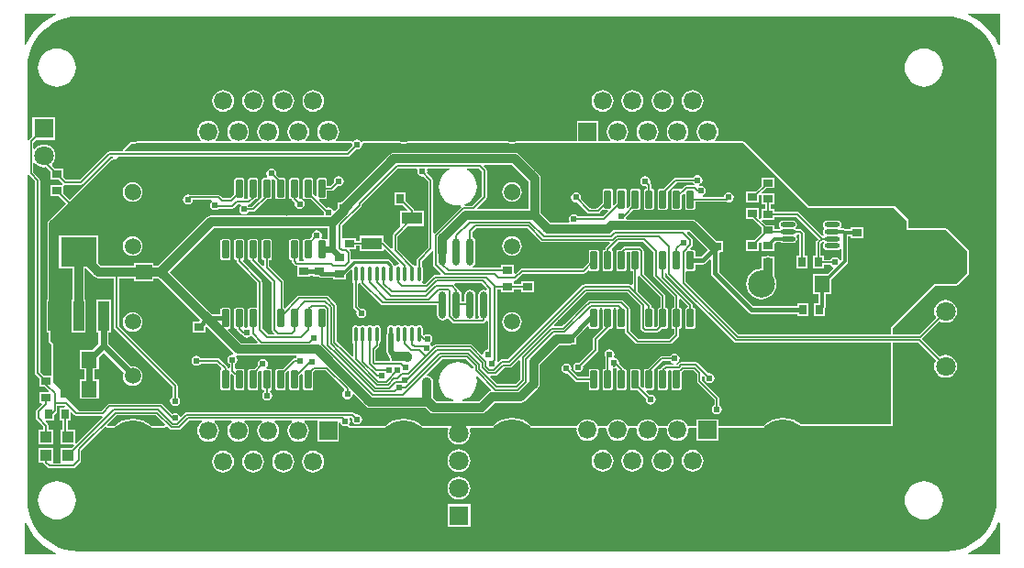
<source format=gtl>
G04 Layer_Physical_Order=1*
G04 Layer_Color=255*
%FSLAX25Y25*%
%MOIN*%
G70*
G01*
G75*
G04:AMPARAMS|DCode=10|XSize=25.59mil|YSize=64.96mil|CornerRadius=1.92mil|HoleSize=0mil|Usage=FLASHONLY|Rotation=0.000|XOffset=0mil|YOffset=0mil|HoleType=Round|Shape=RoundedRectangle|*
%AMROUNDEDRECTD10*
21,1,0.02559,0.06112,0,0,0.0*
21,1,0.02175,0.06496,0,0,0.0*
1,1,0.00384,0.01088,-0.03056*
1,1,0.00384,-0.01088,-0.03056*
1,1,0.00384,-0.01088,0.03056*
1,1,0.00384,0.01088,0.03056*
%
%ADD10ROUNDEDRECTD10*%
%ADD11R,0.03543X0.02756*%
%ADD12R,0.07480X0.04331*%
%ADD13R,0.02756X0.03543*%
%ADD14O,0.05512X0.01772*%
%ADD15R,0.05512X0.05906*%
%ADD16O,0.02756X0.09843*%
%ADD17O,0.01378X0.05906*%
%ADD18R,0.03937X0.03937*%
%ADD19R,0.12992X0.10630*%
%ADD20R,0.03937X0.10630*%
%ADD21R,0.05906X0.05512*%
%ADD22C,0.02400*%
%ADD23C,0.00600*%
%ADD24C,0.03200*%
%ADD25C,0.01600*%
%ADD26C,0.01000*%
%ADD27C,0.01200*%
%ADD28C,0.02000*%
%ADD29C,0.05906*%
%ADD30C,0.09843*%
%ADD31C,0.07874*%
%ADD32C,0.18740*%
%ADD33R,0.06654X0.06654*%
%ADD34C,0.06654*%
%ADD35R,0.07087X0.07087*%
%ADD36C,0.07087*%
%ADD37R,0.07087X0.07087*%
%ADD38C,0.02400*%
%ADD39C,0.04400*%
%ADD40C,0.03600*%
G36*
X142798Y140141D02*
X142789Y140052D01*
X142653Y139370D01*
X142793Y138668D01*
X143191Y138072D01*
X143786Y137674D01*
X144488Y137535D01*
X144937Y137624D01*
X146720Y135840D01*
Y111797D01*
X142757Y107834D01*
X142558Y107536D01*
X142488Y107185D01*
Y105169D01*
X142476Y105162D01*
X142427Y105087D01*
X141825D01*
X141776Y105162D01*
X141349Y105447D01*
X141072Y105502D01*
X135563Y111010D01*
Y115762D01*
X139280Y119479D01*
X145088D01*
Y125009D01*
X141666D01*
Y125197D01*
X141596Y125548D01*
X141397Y125846D01*
X138395Y128847D01*
Y131899D01*
X134439D01*
Y127156D01*
X137491D01*
X139176Y125471D01*
X138984Y125009D01*
X136408D01*
Y119479D01*
X136408Y119479D01*
X136408D01*
X136244Y119037D01*
X133997Y116791D01*
X133798Y116493D01*
X133728Y116142D01*
Y111530D01*
X133266Y111339D01*
X130767Y113838D01*
X130521Y114002D01*
Y115954D01*
X121841D01*
Y114107D01*
X120482D01*
Y115167D01*
X115739D01*
X115485Y115562D01*
Y119623D01*
X122302Y126440D01*
X122501Y126738D01*
X122571Y127089D01*
Y127422D01*
X135702Y140552D01*
X142534D01*
X142798Y140141D01*
D02*
G37*
G36*
X121841Y110424D02*
X130521D01*
Y110835D01*
X130983Y111026D01*
X136009Y106000D01*
X135763Y105540D01*
X135728Y105546D01*
X135225Y105447D01*
X134799Y105162D01*
X134778Y105131D01*
X134248Y105236D01*
X134205Y105449D01*
X133962Y105813D01*
X133962Y105813D01*
X132683Y107092D01*
X132319Y107335D01*
X131890Y107421D01*
X131890Y107421D01*
X119685D01*
X119256Y107335D01*
X119134Y107254D01*
X118634Y107521D01*
Y109843D01*
X118564Y110194D01*
X118365Y110491D01*
X118108Y110749D01*
X118299Y111211D01*
X120482D01*
Y112271D01*
X121841D01*
Y110424D01*
D02*
G37*
G36*
X148531Y110306D02*
Y105276D01*
X148601Y104924D01*
X148800Y104627D01*
X151241Y102186D01*
X151049Y101724D01*
X149232D01*
X148880Y101654D01*
X148583Y101455D01*
X145683Y98555D01*
X144789D01*
X144522Y99055D01*
X144620Y99202D01*
X144720Y99705D01*
Y104232D01*
X144620Y104735D01*
X144335Y105162D01*
X144323Y105169D01*
Y106805D01*
X148031Y110513D01*
X148531Y110306D01*
D02*
G37*
G36*
X19685Y195729D02*
X334646D01*
X334688Y195737D01*
X337070Y195581D01*
X339453Y195107D01*
X341754Y194326D01*
X343933Y193252D01*
X345953Y191902D01*
X347780Y190300D01*
X349382Y188473D01*
X350732Y186453D01*
X351807Y184274D01*
X352588Y181973D01*
X353062Y179590D01*
X353218Y177208D01*
X353209Y177165D01*
Y19685D01*
X353218Y19642D01*
X353062Y17260D01*
X352588Y14877D01*
X351807Y12577D01*
X350732Y10398D01*
X349382Y8377D01*
X347780Y6551D01*
X345953Y4949D01*
X343933Y3599D01*
X341754Y2524D01*
X339453Y1743D01*
X337070Y1269D01*
X334688Y1113D01*
X334646Y1122D01*
X19685D01*
X19642Y1113D01*
X17260Y1269D01*
X14877Y1743D01*
X12577Y2524D01*
X10398Y3599D01*
X8377Y4949D01*
X6551Y6551D01*
X4949Y8377D01*
X3599Y10398D01*
X2524Y12577D01*
X1743Y14877D01*
X1269Y17260D01*
X1113Y19642D01*
X1122Y19685D01*
Y137919D01*
X1622Y138071D01*
X1713Y137934D01*
X3807Y135840D01*
Y66142D01*
X3877Y65791D01*
X4075Y65493D01*
X5502Y64066D01*
Y61014D01*
X7373D01*
X8861Y59526D01*
X8670Y59065D01*
X5502D01*
Y55109D01*
X6253D01*
X6460Y54609D01*
X4469Y52617D01*
X4270Y52320D01*
X4200Y51968D01*
Y49606D01*
X4270Y49255D01*
X4469Y48957D01*
X6956Y46470D01*
Y45285D01*
X5305D01*
Y40148D01*
X10442D01*
Y45285D01*
X8792D01*
Y46850D01*
X8722Y47201D01*
X8523Y47499D01*
X7675Y48347D01*
X7866Y48809D01*
X10836D01*
Y50877D01*
X11672Y51713D01*
X11871Y52011D01*
X11941Y52362D01*
Y54201D01*
X14591D01*
X14699Y54053D01*
X14445Y53553D01*
X12786D01*
Y48809D01*
X13846D01*
Y45285D01*
X13180D01*
Y40148D01*
X17868D01*
X18075Y39648D01*
X17019Y38592D01*
X13180D01*
Y33455D01*
X12785Y33201D01*
X10837D01*
X10442Y33455D01*
Y38592D01*
X5305D01*
Y33455D01*
X6958D01*
X7026Y33113D01*
X7225Y32816D01*
X8406Y31635D01*
X8704Y31436D01*
X9055Y31366D01*
X17717D01*
X18068Y31436D01*
X18365Y31635D01*
X20334Y33603D01*
X20533Y33901D01*
X20603Y34252D01*
Y37883D01*
X29199Y46480D01*
X29711Y46338D01*
X29830Y46289D01*
X29921Y46197D01*
X30051D01*
X30170Y46148D01*
X32704D01*
X32907Y46232D01*
X33116Y46295D01*
X34167Y47157D01*
X35786Y48023D01*
X37543Y48556D01*
X39370Y48736D01*
X41197Y48556D01*
X42954Y48023D01*
X44573Y47157D01*
X45624Y46295D01*
X45833Y46232D01*
X46036Y46148D01*
X50915D01*
X51035Y46197D01*
X51164D01*
X51255Y46289D01*
X51375Y46338D01*
X51710Y46431D01*
X51957Y46409D01*
X52709Y45657D01*
X53006Y45458D01*
X53357Y45389D01*
X56091D01*
X56442Y45458D01*
X56740Y45657D01*
X59771Y48689D01*
X64339D01*
X64508Y48189D01*
X63951Y47761D01*
X63322Y46941D01*
X62926Y45986D01*
X62791Y44961D01*
X62926Y43936D01*
X63322Y42980D01*
X63951Y42160D01*
X64772Y41531D01*
X65727Y41135D01*
X66752Y41000D01*
X67777Y41135D01*
X68732Y41531D01*
X69553Y42160D01*
X70182Y42980D01*
X70578Y43936D01*
X70713Y44961D01*
X70578Y45986D01*
X70182Y46941D01*
X69553Y47761D01*
X68996Y48189D01*
X69165Y48689D01*
X75244D01*
X75414Y48189D01*
X74857Y47761D01*
X74227Y46941D01*
X73832Y45986D01*
X73697Y44961D01*
X73832Y43936D01*
X74227Y42980D01*
X74857Y42160D01*
X75677Y41531D01*
X76632Y41135D01*
X77658Y41000D01*
X78683Y41135D01*
X79638Y41531D01*
X80458Y42160D01*
X81087Y42980D01*
X81483Y43936D01*
X81618Y44961D01*
X81483Y45986D01*
X81087Y46941D01*
X80458Y47761D01*
X79901Y48189D01*
X80071Y48689D01*
X86150D01*
X86319Y48189D01*
X85762Y47761D01*
X85133Y46941D01*
X84737Y45986D01*
X84602Y44961D01*
X84737Y43936D01*
X85133Y42980D01*
X85762Y42160D01*
X86583Y41531D01*
X87538Y41135D01*
X88563Y41000D01*
X89588Y41135D01*
X90543Y41531D01*
X91364Y42160D01*
X91993Y42980D01*
X92389Y43936D01*
X92524Y44961D01*
X92389Y45986D01*
X91993Y46941D01*
X91364Y47761D01*
X90807Y48189D01*
X90976Y48689D01*
X97055D01*
X97225Y48189D01*
X96668Y47761D01*
X96039Y46941D01*
X95643Y45986D01*
X95508Y44961D01*
X95643Y43936D01*
X96039Y42980D01*
X96668Y42160D01*
X97488Y41531D01*
X98443Y41135D01*
X99468Y41000D01*
X100494Y41135D01*
X101449Y41531D01*
X102269Y42160D01*
X102899Y42980D01*
X103294Y43936D01*
X103429Y44961D01*
X103294Y45986D01*
X102899Y46941D01*
X102269Y47761D01*
X101712Y48189D01*
X101882Y48689D01*
X106447D01*
Y41034D01*
X114301D01*
Y47870D01*
X114801Y47919D01*
X114840Y47723D01*
X115238Y47128D01*
X115833Y46730D01*
X116535Y46590D01*
X117238Y46730D01*
X117527Y46646D01*
X117578Y46532D01*
X117648Y46466D01*
X117677Y46422D01*
X117711Y46338D01*
X117839Y46285D01*
X117939Y46191D01*
X118059Y46194D01*
X118171Y46148D01*
X131090D01*
X131292Y46232D01*
X131502Y46295D01*
X132553Y47157D01*
X134172Y48023D01*
X135929Y48556D01*
X137756Y48736D01*
X139583Y48556D01*
X141340Y48023D01*
X142959Y47157D01*
X144010Y46295D01*
X144219Y46232D01*
X144422Y46148D01*
X153774D01*
X154051Y45732D01*
X153837Y45215D01*
X153695Y44134D01*
X153837Y43052D01*
X154255Y42044D01*
X154919Y41179D01*
X155784Y40515D01*
X156792Y40097D01*
X157874Y39955D01*
X158956Y40097D01*
X159964Y40515D01*
X160829Y41179D01*
X161493Y42044D01*
X161911Y43052D01*
X162053Y44134D01*
X161911Y45215D01*
X161697Y45732D01*
X161974Y46148D01*
X170135D01*
X170338Y46232D01*
X170547Y46295D01*
X171982Y47472D01*
X173601Y48338D01*
X175358Y48871D01*
X177185Y49051D01*
X179012Y48871D01*
X180769Y48338D01*
X182388Y47472D01*
X183823Y46295D01*
X184032Y46232D01*
X184234Y46148D01*
X200342D01*
X200672Y45772D01*
X200606Y45276D01*
X200741Y44251D01*
X201137Y43295D01*
X201766Y42475D01*
X202587Y41846D01*
X203542Y41450D01*
X204567Y41315D01*
X205592Y41450D01*
X206547Y41846D01*
X207367Y42475D01*
X207997Y43295D01*
X208393Y44251D01*
X208528Y45276D01*
X208462Y45772D01*
X208792Y46148D01*
X211247D01*
X211577Y45772D01*
X211512Y45276D01*
X211647Y44251D01*
X212042Y43295D01*
X212672Y42475D01*
X213492Y41846D01*
X214447Y41450D01*
X215472Y41315D01*
X216497Y41450D01*
X217453Y41846D01*
X218273Y42475D01*
X218902Y43295D01*
X219298Y44251D01*
X219433Y45276D01*
X219368Y45772D01*
X219697Y46148D01*
X222153D01*
X222483Y45772D01*
X222417Y45276D01*
X222552Y44251D01*
X222948Y43295D01*
X223577Y42475D01*
X224398Y41846D01*
X225353Y41450D01*
X226378Y41315D01*
X227403Y41450D01*
X228358Y41846D01*
X229179Y42475D01*
X229808Y43295D01*
X230204Y44251D01*
X230339Y45276D01*
X230273Y45772D01*
X230603Y46148D01*
X233059D01*
X233388Y45772D01*
X233323Y45276D01*
X233458Y44251D01*
X233853Y43295D01*
X234483Y42475D01*
X235303Y41846D01*
X236258Y41450D01*
X237283Y41315D01*
X238309Y41450D01*
X239264Y41846D01*
X240084Y42475D01*
X240714Y43295D01*
X241109Y44251D01*
X241244Y45276D01*
X241179Y45772D01*
X241508Y46148D01*
X244262D01*
Y41349D01*
X252116D01*
Y46148D01*
X268521D01*
X268724Y46232D01*
X268933Y46295D01*
X270368Y47472D01*
X271987Y48338D01*
X273744Y48871D01*
X275571Y49051D01*
X277398Y48871D01*
X279155Y48338D01*
X280774Y47472D01*
X281664Y46742D01*
X281874Y46679D01*
X282076Y46595D01*
X314961D01*
X315420Y46785D01*
X315610Y47244D01*
Y77035D01*
X324738D01*
X331127Y70646D01*
X331027Y70515D01*
X330609Y69507D01*
X330467Y68425D01*
X330609Y67344D01*
X331027Y66336D01*
X331691Y65470D01*
X332556Y64806D01*
X333564Y64389D01*
X334646Y64246D01*
X335727Y64389D01*
X336735Y64806D01*
X337601Y65470D01*
X338265Y66336D01*
X338682Y67344D01*
X338825Y68425D01*
X338682Y69507D01*
X338265Y70515D01*
X337601Y71380D01*
X336735Y72044D01*
X335727Y72462D01*
X334646Y72604D01*
X333564Y72462D01*
X332556Y72044D01*
X332425Y71944D01*
X326264Y78104D01*
X326297Y78779D01*
X332425Y84907D01*
X332556Y84806D01*
X333564Y84389D01*
X334646Y84246D01*
X335727Y84389D01*
X336735Y84806D01*
X337601Y85470D01*
X338265Y86336D01*
X338682Y87344D01*
X338825Y88425D01*
X338682Y89507D01*
X338265Y90515D01*
X337601Y91380D01*
X336735Y92044D01*
X335727Y92462D01*
X334646Y92604D01*
X333564Y92462D01*
X332556Y92044D01*
X331691Y91380D01*
X331027Y90515D01*
X330609Y89507D01*
X330467Y88425D01*
X330609Y87344D01*
X331027Y86336D01*
X331127Y86204D01*
X324993Y80070D01*
X315610D01*
Y82408D01*
X330978Y97776D01*
X338583Y97776D01*
X339042Y97966D01*
X342979Y101903D01*
X343169Y102362D01*
Y110236D01*
X342979Y110696D01*
X335105Y118570D01*
X334646Y118760D01*
X321255D01*
Y121404D01*
X321065Y121863D01*
X316340Y126587D01*
X315881Y126778D01*
X285048D01*
X262403Y149422D01*
X261616Y150209D01*
X261157Y150400D01*
X250953D01*
X250783Y150900D01*
X250990Y151058D01*
X251619Y151878D01*
X252015Y152833D01*
X252150Y153858D01*
X252015Y154883D01*
X251619Y155839D01*
X250990Y156659D01*
X250169Y157288D01*
X249214Y157684D01*
X248189Y157819D01*
X247164Y157684D01*
X246209Y157288D01*
X245388Y156659D01*
X244759Y155839D01*
X244363Y154883D01*
X244228Y153858D01*
X244363Y152833D01*
X244759Y151878D01*
X245388Y151058D01*
X245594Y150900D01*
X245425Y150400D01*
X240048D01*
X239878Y150900D01*
X240084Y151058D01*
X240714Y151878D01*
X241109Y152833D01*
X241244Y153858D01*
X241109Y154883D01*
X240714Y155839D01*
X240084Y156659D01*
X239264Y157288D01*
X238309Y157684D01*
X237283Y157819D01*
X236258Y157684D01*
X235303Y157288D01*
X234483Y156659D01*
X233853Y155839D01*
X233458Y154883D01*
X233323Y153858D01*
X233458Y152833D01*
X233853Y151878D01*
X234483Y151058D01*
X234689Y150900D01*
X234519Y150400D01*
X229142D01*
X228973Y150900D01*
X229179Y151058D01*
X229808Y151878D01*
X230204Y152833D01*
X230339Y153858D01*
X230204Y154883D01*
X229808Y155839D01*
X229179Y156659D01*
X228358Y157288D01*
X227403Y157684D01*
X226378Y157819D01*
X225353Y157684D01*
X224398Y157288D01*
X223577Y156659D01*
X222948Y155839D01*
X222552Y154883D01*
X222417Y153858D01*
X222552Y152833D01*
X222948Y151878D01*
X223577Y151058D01*
X223783Y150900D01*
X223614Y150400D01*
X218237D01*
X218067Y150900D01*
X218273Y151058D01*
X218902Y151878D01*
X219298Y152833D01*
X219433Y153858D01*
X219298Y154883D01*
X218902Y155839D01*
X218273Y156659D01*
X217453Y157288D01*
X216497Y157684D01*
X215472Y157819D01*
X214447Y157684D01*
X213492Y157288D01*
X212672Y156659D01*
X212042Y155839D01*
X211647Y154883D01*
X211512Y153858D01*
X211647Y152833D01*
X212042Y151878D01*
X212672Y151058D01*
X212878Y150900D01*
X212708Y150400D01*
X208494D01*
Y157785D01*
X200640D01*
Y150400D01*
X179559D01*
X179468Y150362D01*
X179370Y150372D01*
X179012Y150263D01*
X177185Y150083D01*
X175358Y150263D01*
X175000Y150372D01*
X174902Y150362D01*
X174811Y150400D01*
X140149D01*
X140058Y150362D01*
X139961Y150372D01*
X139603Y150263D01*
X137776Y150083D01*
X135948Y150263D01*
X135591Y150372D01*
X135493Y150362D01*
X135402Y150400D01*
X123016D01*
X122984Y150387D01*
X122952Y150396D01*
X122759Y150293D01*
X122556Y150209D01*
X122198Y150477D01*
X121602Y150874D01*
X120900Y151014D01*
X120198Y150874D01*
X119602Y150477D01*
X119244Y150209D01*
X119041Y150293D01*
X118848Y150396D01*
X118816Y150387D01*
X118784Y150400D01*
X113158D01*
X112988Y150900D01*
X113194Y151058D01*
X113824Y151878D01*
X114219Y152833D01*
X114354Y153858D01*
X114219Y154883D01*
X113824Y155839D01*
X113194Y156659D01*
X112374Y157288D01*
X111419Y157684D01*
X110394Y157819D01*
X109369Y157684D01*
X108413Y157288D01*
X107593Y156659D01*
X106964Y155839D01*
X106568Y154883D01*
X106433Y153858D01*
X106568Y152833D01*
X106964Y151878D01*
X107593Y151058D01*
X107799Y150900D01*
X107629Y150400D01*
X102252D01*
X102083Y150900D01*
X102289Y151058D01*
X102918Y151878D01*
X103314Y152833D01*
X103449Y153858D01*
X103314Y154883D01*
X102918Y155839D01*
X102289Y156659D01*
X101469Y157288D01*
X100513Y157684D01*
X99488Y157819D01*
X98463Y157684D01*
X97508Y157288D01*
X96688Y156659D01*
X96058Y155839D01*
X95662Y154883D01*
X95527Y153858D01*
X95662Y152833D01*
X96058Y151878D01*
X96688Y151058D01*
X96894Y150900D01*
X96724Y150400D01*
X91347D01*
X91177Y150900D01*
X91383Y151058D01*
X92013Y151878D01*
X92408Y152833D01*
X92543Y153858D01*
X92408Y154883D01*
X92013Y155839D01*
X91383Y156659D01*
X90563Y157288D01*
X89608Y157684D01*
X88583Y157819D01*
X87558Y157684D01*
X86602Y157288D01*
X85782Y156659D01*
X85153Y155839D01*
X84757Y154883D01*
X84622Y153858D01*
X84757Y152833D01*
X85153Y151878D01*
X85782Y151058D01*
X85988Y150900D01*
X85818Y150400D01*
X80441D01*
X80272Y150900D01*
X80478Y151058D01*
X81107Y151878D01*
X81503Y152833D01*
X81638Y153858D01*
X81503Y154883D01*
X81107Y155839D01*
X80478Y156659D01*
X79658Y157288D01*
X78702Y157684D01*
X77677Y157819D01*
X76652Y157684D01*
X75697Y157288D01*
X74877Y156659D01*
X74247Y155839D01*
X73852Y154883D01*
X73716Y153858D01*
X73852Y152833D01*
X74247Y151878D01*
X74877Y151058D01*
X75083Y150900D01*
X74913Y150400D01*
X69536D01*
X69366Y150900D01*
X69572Y151058D01*
X70202Y151878D01*
X70597Y152833D01*
X70732Y153858D01*
X70597Y154883D01*
X70202Y155839D01*
X69572Y156659D01*
X68752Y157288D01*
X67797Y157684D01*
X66772Y157819D01*
X65747Y157684D01*
X64791Y157288D01*
X63971Y156659D01*
X63342Y155839D01*
X62946Y154883D01*
X62811Y153858D01*
X62946Y152833D01*
X63342Y151878D01*
X63971Y151058D01*
X64177Y150900D01*
X64007Y150400D01*
X41763D01*
X41673Y150362D01*
X41575Y150372D01*
X41217Y150263D01*
X39390Y150083D01*
X38907Y150131D01*
X38875Y150121D01*
X38844Y150134D01*
X38641Y150050D01*
X38432Y149986D01*
X38416Y149957D01*
X38385Y149943D01*
X35949Y147508D01*
X35900Y147389D01*
X35808Y147297D01*
Y147168D01*
X35759Y147049D01*
X35498Y146587D01*
X30709D01*
X30358Y146517D01*
X30060Y146318D01*
X20092Y136351D01*
X15144D01*
X14183Y137312D01*
Y140364D01*
X11131D01*
X9975Y141520D01*
X10007Y142019D01*
X10042Y142045D01*
X10706Y142911D01*
X11123Y143918D01*
X11266Y145000D01*
X11123Y146082D01*
X10706Y147090D01*
X10042Y147955D01*
X9176Y148619D01*
X8168Y149037D01*
X7087Y149179D01*
X6005Y149037D01*
X4997Y148619D01*
X4132Y147955D01*
X3780Y147497D01*
X3280Y147666D01*
Y149896D01*
X4241Y150857D01*
X11230D01*
Y159143D01*
X2943D01*
Y152154D01*
X1713Y150925D01*
X1622Y150787D01*
X1122Y150939D01*
Y177165D01*
X1113Y177208D01*
X1269Y179590D01*
X1743Y181973D01*
X2524Y184274D01*
X3599Y186453D01*
X4949Y188473D01*
X6551Y190300D01*
X8377Y191902D01*
X10398Y193252D01*
X12577Y194326D01*
X14877Y195107D01*
X17260Y195581D01*
X19642Y195737D01*
X19685Y195729D01*
D02*
G37*
G36*
X168153Y96691D02*
X168128Y96484D01*
X168004Y96384D01*
X167588Y96181D01*
X166949Y96308D01*
X166177Y96154D01*
X165523Y95717D01*
X165086Y95063D01*
X164932Y94291D01*
Y87205D01*
X165086Y86433D01*
X165184Y86285D01*
X164948Y85844D01*
X163949D01*
X163713Y86285D01*
X163812Y86433D01*
X163965Y87205D01*
Y94291D01*
X163812Y95063D01*
X163375Y95717D01*
X162721Y96154D01*
X161949Y96308D01*
X161177Y96154D01*
X160523Y95717D01*
X160086Y95063D01*
X159932Y94291D01*
Y92103D01*
X158966D01*
Y94291D01*
X158812Y95063D01*
X158375Y95717D01*
X157867Y96057D01*
Y96201D01*
X157797Y96552D01*
X157598Y96850D01*
X156259Y98189D01*
X156466Y98689D01*
X166155D01*
X168153Y96691D01*
D02*
G37*
G36*
X183071Y135804D02*
Y125727D01*
X164686D01*
X164495Y126189D01*
X167710Y129404D01*
X167908Y129702D01*
X167978Y130053D01*
Y139846D01*
X167908Y140197D01*
X167710Y140495D01*
X166939Y141265D01*
X167131Y141727D01*
X177148D01*
X183071Y135804D01*
D02*
G37*
G36*
X166143Y139466D02*
Y130433D01*
X162612Y126902D01*
X160038D01*
X159964Y127402D01*
X160133Y127453D01*
X161332Y128094D01*
X162382Y128956D01*
X163245Y130007D01*
X163885Y131205D01*
X164280Y132506D01*
X164413Y133858D01*
X164280Y135211D01*
X163885Y136511D01*
X163245Y137710D01*
X162382Y138760D01*
X161332Y139622D01*
X160528Y140052D01*
X160653Y140552D01*
X165057D01*
X166143Y139466D01*
D02*
G37*
G36*
X154433Y140052D02*
X153629Y139622D01*
X152578Y138760D01*
X151716Y137710D01*
X151075Y136511D01*
X150681Y135211D01*
X150548Y133858D01*
X150681Y132506D01*
X151075Y131205D01*
X151716Y130007D01*
X152578Y128956D01*
X153629Y128094D01*
X154827Y127453D01*
X156128Y127059D01*
X157480Y126926D01*
X158516Y127028D01*
X158605Y126908D01*
X158720Y126545D01*
X149055Y116881D01*
X148555Y117088D01*
Y136221D01*
X148486Y136572D01*
X148287Y136869D01*
X146234Y138922D01*
X146324Y139370D01*
X146188Y140052D01*
X146179Y140141D01*
X146442Y140552D01*
X154308D01*
X154433Y140052D01*
D02*
G37*
G36*
X248290Y110742D02*
X245964Y108416D01*
X243805D01*
Y110044D01*
X243743Y110353D01*
X243568Y110615D01*
X243306Y110790D01*
X242997Y110852D01*
X242036D01*
X241845Y111314D01*
X242513Y111982D01*
X242712Y112279D01*
X242781Y112630D01*
Y114435D01*
X242712Y114787D01*
X242513Y115084D01*
X240710Y116887D01*
X240901Y117349D01*
X241684D01*
X248290Y110742D01*
D02*
G37*
G36*
X95531Y118766D02*
X110137D01*
Y114813D01*
X109925Y114684D01*
X109637Y114601D01*
X109448Y114727D01*
X109139Y114789D01*
X108161D01*
X107894Y115289D01*
X107995Y115439D01*
X108134Y116141D01*
X107995Y116844D01*
X107597Y117439D01*
X107001Y117837D01*
X106299Y117977D01*
X105597Y117837D01*
X105001Y117439D01*
X104603Y116844D01*
X104464Y116141D01*
X104553Y115693D01*
X103648Y114789D01*
X101964D01*
X101655Y114727D01*
X101393Y114552D01*
X101218Y114290D01*
X101156Y113981D01*
Y107869D01*
X101218Y107560D01*
X101376Y107323D01*
X101347Y107183D01*
X101204Y106823D01*
X99899D01*
X99756Y107183D01*
X99726Y107323D01*
X99885Y107560D01*
X99946Y107869D01*
Y113981D01*
X99885Y114290D01*
X99710Y114552D01*
X99448Y114727D01*
X99139Y114789D01*
X96964D01*
X96655Y114727D01*
X96393Y114552D01*
X96218Y114290D01*
X96156Y113981D01*
Y107869D01*
X96218Y107560D01*
X96393Y107298D01*
X96655Y107123D01*
X96964Y107062D01*
X97134D01*
Y106693D01*
X97203Y106342D01*
X97402Y106044D01*
X98190Y105257D01*
X98487Y105058D01*
X98839Y104988D01*
X99203Y104931D01*
Y100975D01*
X103946D01*
Y101525D01*
X104715D01*
Y100975D01*
X107136D01*
X107328Y100847D01*
X107874Y100738D01*
X107874Y100738D01*
X112195D01*
Y100187D01*
X116939D01*
Y101967D01*
X118598Y103626D01*
X119060Y103435D01*
Y99705D01*
X119160Y99202D01*
X119445Y98775D01*
X119456Y98768D01*
Y90059D01*
X119526Y89708D01*
X119725Y89410D01*
X120727Y88408D01*
X120605Y87795D01*
X120745Y87093D01*
X121143Y86497D01*
X121738Y86099D01*
X122441Y85960D01*
X123143Y86099D01*
X123738Y86497D01*
X124136Y87093D01*
X124276Y87795D01*
X124136Y88497D01*
X123738Y89093D01*
X123143Y89491D01*
X122441Y89630D01*
X122157Y89574D01*
X121292Y90439D01*
Y98465D01*
X121785Y98784D01*
X122015Y98721D01*
X122085Y98369D01*
X122284Y98072D01*
X129329Y91027D01*
X129627Y90828D01*
X129978Y90758D01*
X149932D01*
Y87205D01*
X150086Y86433D01*
X150523Y85779D01*
X151177Y85342D01*
X151949Y85188D01*
X152721Y85342D01*
X153252Y85696D01*
X153387Y85777D01*
X153928Y85706D01*
X155356Y84278D01*
X155654Y84079D01*
X156005Y84009D01*
X166423D01*
X166774Y84079D01*
X167072Y84278D01*
X167598Y84804D01*
X167797Y85102D01*
X167874Y85125D01*
X168374Y84754D01*
Y74644D01*
X167802Y74530D01*
X167206Y74132D01*
X166808Y73537D01*
X166713Y73060D01*
X166189Y72877D01*
X162827Y76239D01*
X162529Y76438D01*
X162178Y76508D01*
X149426D01*
X149075Y76438D01*
X148777Y76239D01*
X148280Y75742D01*
X147803Y75847D01*
X147747Y75916D01*
X147483Y76311D01*
X147360Y76494D01*
X147593Y76941D01*
X147754Y77049D01*
X148152Y77644D01*
X148292Y78347D01*
X148152Y79049D01*
X147754Y79644D01*
X147159Y80042D01*
X146457Y80182D01*
X145754Y80042D01*
X145159Y79644D01*
X145110Y79639D01*
X144720Y80004D01*
Y82185D01*
X144620Y82688D01*
X144335Y83114D01*
X143908Y83399D01*
X143405Y83499D01*
X142903Y83399D01*
X142476Y83114D01*
X142427Y83040D01*
X141825D01*
X141776Y83114D01*
X141349Y83399D01*
X140847Y83499D01*
X140343Y83399D01*
X139917Y83114D01*
X139868Y83040D01*
X139266D01*
X139217Y83114D01*
X138790Y83399D01*
X138287Y83499D01*
X137785Y83399D01*
X137358Y83114D01*
X137309Y83040D01*
X136707D01*
X136658Y83114D01*
X136231Y83399D01*
X135728Y83499D01*
X135225Y83399D01*
X134799Y83114D01*
X134749Y83040D01*
X134148D01*
X134099Y83114D01*
X133672Y83399D01*
X133169Y83499D01*
X132666Y83399D01*
X132240Y83114D01*
X131955Y82688D01*
X131855Y82185D01*
Y80834D01*
X131662Y80546D01*
X131538Y79921D01*
Y73721D01*
X131662Y73096D01*
X132016Y72567D01*
X132615Y71967D01*
X132770Y71189D01*
X132865Y71048D01*
Y70293D01*
X127577D01*
Y74310D01*
X128700Y75434D01*
X128899Y75731D01*
X128969Y76083D01*
Y76720D01*
X128981Y76728D01*
X129265Y77154D01*
X129365Y77658D01*
Y82185D01*
X129265Y82688D01*
X128981Y83114D01*
X128554Y83399D01*
X128051Y83499D01*
X127548Y83399D01*
X127122Y83114D01*
X127072Y83040D01*
X126471D01*
X126421Y83114D01*
X125995Y83399D01*
X125492Y83499D01*
X124989Y83399D01*
X124563Y83114D01*
X124513Y83040D01*
X123912D01*
X123862Y83114D01*
X123436Y83399D01*
X122933Y83499D01*
X122430Y83399D01*
X122004Y83114D01*
X121954Y83040D01*
X121353D01*
X121303Y83114D01*
X120877Y83399D01*
X120374Y83499D01*
X119871Y83399D01*
X119445Y83114D01*
X119160Y82688D01*
X119060Y82185D01*
Y77658D01*
X119160Y77154D01*
X119445Y76728D01*
X119456Y76720D01*
Y72268D01*
X118994Y72077D01*
X116526Y74545D01*
X116448Y74663D01*
X113548Y77562D01*
Y90428D01*
X113479Y90779D01*
X113280Y91076D01*
X110419Y93937D01*
X110121Y94136D01*
X109770Y94206D01*
X99726D01*
X99375Y94136D01*
X99077Y93937D01*
X94700Y89559D01*
X94448Y89727D01*
X94244Y89768D01*
Y99194D01*
X94174Y99545D01*
X93975Y99843D01*
X88969Y104849D01*
Y107062D01*
X89139D01*
X89448Y107123D01*
X89710Y107298D01*
X89885Y107560D01*
X89946Y107869D01*
Y113981D01*
X89885Y114290D01*
X89710Y114552D01*
X89448Y114727D01*
X89139Y114789D01*
X86964D01*
X86655Y114727D01*
X86393Y114552D01*
X86218Y114290D01*
X86156Y113981D01*
Y107869D01*
X86218Y107560D01*
X86393Y107298D01*
X86655Y107123D01*
X86964Y107062D01*
X87134D01*
Y105145D01*
X86634Y104938D01*
X84671Y106901D01*
X84710Y107298D01*
X84885Y107560D01*
X84946Y107869D01*
Y113981D01*
X84885Y114290D01*
X84710Y114552D01*
X84448Y114727D01*
X84139Y114789D01*
X81964D01*
X81655Y114727D01*
X81393Y114552D01*
X81218Y114290D01*
X81156Y113981D01*
Y107869D01*
X81218Y107560D01*
X81393Y107298D01*
X81655Y107123D01*
X81964Y107062D01*
X82166D01*
X82203Y106872D01*
X82402Y106574D01*
X89954Y99022D01*
Y81777D01*
X90024Y81426D01*
X90223Y81128D01*
X90838Y80513D01*
X90646Y80051D01*
X88569D01*
X86351Y82270D01*
Y99213D01*
X86281Y99564D01*
X86082Y99862D01*
X79350Y106594D01*
X79435Y107054D01*
X79496Y107155D01*
X79710Y107298D01*
X79885Y107560D01*
X79946Y107869D01*
Y113981D01*
X79885Y114290D01*
X79710Y114552D01*
X79448Y114727D01*
X79139Y114789D01*
X76964D01*
X76655Y114727D01*
X76393Y114552D01*
X76218Y114290D01*
X76156Y113981D01*
Y107869D01*
X76218Y107560D01*
X76393Y107298D01*
X76655Y107123D01*
X76964Y107062D01*
X77134D01*
Y106595D01*
X77203Y106243D01*
X77402Y105946D01*
X84515Y98832D01*
Y90224D01*
X84139Y89789D01*
X81964D01*
X81655Y89727D01*
X81393Y89552D01*
X81218Y89290D01*
X81156Y88981D01*
Y82965D01*
X80962Y82727D01*
X80711Y82543D01*
X80709Y82544D01*
X80378Y82478D01*
X79955Y82861D01*
X79946Y82902D01*
Y88981D01*
X79885Y89290D01*
X79710Y89552D01*
X79448Y89727D01*
X79139Y89789D01*
X76964D01*
X76655Y89727D01*
X76393Y89552D01*
X76218Y89290D01*
X76156Y88981D01*
Y82869D01*
X76218Y82560D01*
X76393Y82298D01*
X76655Y82123D01*
X76964Y82062D01*
X77158D01*
X77203Y81834D01*
X77402Y81536D01*
X78879Y80060D01*
X79057Y79941D01*
X79411Y79411D01*
X80006Y79013D01*
X80709Y78873D01*
X81411Y79013D01*
X82006Y79411D01*
X82009Y79413D01*
X82475Y79444D01*
X82636Y79453D01*
X84718Y77370D01*
X84526Y76908D01*
X78626D01*
X73935Y81600D01*
X74050Y81879D01*
X74173Y82069D01*
X74448Y82123D01*
X74710Y82298D01*
X74885Y82560D01*
X74946Y82869D01*
Y88981D01*
X74885Y89290D01*
X74710Y89552D01*
X74448Y89727D01*
X74139Y89789D01*
X71964D01*
X71655Y89727D01*
X71393Y89552D01*
X71218Y89290D01*
X71156Y88981D01*
Y87353D01*
X68182D01*
X52779Y102756D01*
X68789Y118766D01*
X95276D01*
X95403Y118792D01*
X95531Y118766D01*
D02*
G37*
G36*
X51107Y47259D02*
X50915Y46797D01*
X46036D01*
X44936Y47700D01*
X43204Y48626D01*
X41325Y49196D01*
X39370Y49388D01*
X37416Y49196D01*
X35536Y48626D01*
X33804Y47700D01*
X32704Y46797D01*
X30170D01*
X29979Y47259D01*
X33376Y50657D01*
X47709D01*
X51107Y47259D01*
D02*
G37*
G36*
X169568Y60050D02*
X169422Y59571D01*
X169089Y59505D01*
X168361Y59018D01*
X165129Y55786D01*
X159216D01*
X159142Y56286D01*
X160133Y56587D01*
X161332Y57228D01*
X162382Y58090D01*
X163245Y59141D01*
X163885Y60339D01*
X164280Y61640D01*
X164413Y62992D01*
X164280Y64345D01*
X164155Y64755D01*
X164597Y65020D01*
X169568Y60050D01*
D02*
G37*
G36*
X18275Y50795D02*
X18573Y50595D01*
X18924Y50526D01*
X28245D01*
X28469Y50042D01*
X18816Y40390D01*
X18316Y40597D01*
Y45285D01*
X15681D01*
Y48809D01*
X16742D01*
Y51674D01*
X17204Y51866D01*
X18275Y50795D01*
D02*
G37*
G36*
X1646Y9270D02*
X3160Y7005D01*
X4956Y4956D01*
X7005Y3160D01*
X9270Y1646D01*
X11594Y500D01*
X11478Y0D01*
X0D01*
Y11478D01*
X500Y11594D01*
X1646Y9270D01*
D02*
G37*
G36*
X354331Y11478D02*
Y0D01*
X342853D01*
X342737Y500D01*
X345060Y1646D01*
X347326Y3160D01*
X349374Y4956D01*
X351171Y7005D01*
X352685Y9270D01*
X353831Y11594D01*
X354331Y11478D01*
D02*
G37*
G36*
X187540Y113918D02*
X187838Y113719D01*
X188189Y113649D01*
X212571D01*
X212762Y113187D01*
X211261Y111686D01*
X211062Y111388D01*
X210992Y111037D01*
Y110852D01*
X210822D01*
X210513Y110790D01*
X210251Y110615D01*
X210076Y110353D01*
X210014Y110044D01*
Y103932D01*
X210076Y103623D01*
X210251Y103361D01*
X210513Y103186D01*
X210822Y103125D01*
X212997D01*
X213306Y103186D01*
X213568Y103361D01*
X213743Y103623D01*
X213805Y103932D01*
Y110044D01*
X213743Y110353D01*
X213568Y110615D01*
X213523Y110645D01*
X213411Y111240D01*
X215945Y113775D01*
X224844D01*
X228610Y110009D01*
Y101346D01*
X228680Y100994D01*
X228879Y100697D01*
X235992Y93584D01*
Y89789D01*
X235822D01*
X235513Y89727D01*
X235251Y89552D01*
X235076Y89290D01*
X235014Y88981D01*
Y82869D01*
X235076Y82560D01*
X235251Y82298D01*
X235513Y82123D01*
X235822Y82062D01*
X235992D01*
Y80203D01*
X234245Y78456D01*
X223021D01*
X220007Y81471D01*
Y89434D01*
X219937Y89785D01*
X219738Y90082D01*
X217420Y92400D01*
X217123Y92599D01*
X216771Y92669D01*
X205350D01*
X204999Y92599D01*
X204702Y92400D01*
X202881Y90579D01*
X202880Y90578D01*
X195371Y83069D01*
X192650D01*
X192459Y83531D01*
X204204Y95277D01*
X219051D01*
X223812Y90516D01*
Y82417D01*
X223882Y82066D01*
X224081Y81768D01*
X224721Y81128D01*
X225018Y80929D01*
X225370Y80860D01*
X229809D01*
X230160Y80929D01*
X230457Y81128D01*
X231391Y82062D01*
X232997D01*
X233306Y82123D01*
X233568Y82298D01*
X233743Y82560D01*
X233804Y82869D01*
Y88981D01*
X233743Y89290D01*
X233568Y89552D01*
X233306Y89727D01*
X232997Y89789D01*
X232827D01*
Y94033D01*
X232757Y94384D01*
X232558Y94682D01*
X225007Y102233D01*
Y110497D01*
X224937Y110848D01*
X224738Y111145D01*
X224098Y111785D01*
X223800Y111984D01*
X223449Y112054D01*
X218282D01*
X217930Y111984D01*
X217633Y111785D01*
X216699Y110852D01*
X215822D01*
X215513Y110790D01*
X215251Y110615D01*
X215076Y110353D01*
X215014Y110044D01*
Y103932D01*
X215076Y103623D01*
X215251Y103361D01*
X215513Y103186D01*
X215822Y103125D01*
X217997D01*
X218306Y103186D01*
X218568Y103361D01*
X218743Y103623D01*
X218805Y103932D01*
Y110044D01*
X218948Y110219D01*
X219871D01*
X220014Y110044D01*
Y103932D01*
X220076Y103623D01*
X220251Y103361D01*
X220513Y103186D01*
X220822Y103125D01*
X220992D01*
Y98254D01*
X220492Y98100D01*
X220280Y98242D01*
X219928Y98312D01*
X203327D01*
X202976Y98242D01*
X202678Y98043D01*
X175631Y70996D01*
X173441D01*
X173090Y70926D01*
X172792Y70728D01*
X172190Y70125D01*
X172188Y70125D01*
X171642Y70285D01*
X171617Y70402D01*
X171714Y70547D01*
X171784Y70898D01*
Y96523D01*
X173219D01*
Y95463D01*
X177962D01*
Y96523D01*
X180306D01*
Y95463D01*
X185049D01*
Y99419D01*
X180306D01*
Y98359D01*
X177962D01*
Y99419D01*
X178338Y99718D01*
X178510Y99752D01*
X178808Y99951D01*
X181089Y102232D01*
X203071D01*
X203422Y102302D01*
X203720Y102501D01*
X204644Y103425D01*
X205251Y103361D01*
X205513Y103186D01*
X205822Y103125D01*
X207997D01*
X208306Y103186D01*
X208568Y103361D01*
X208743Y103623D01*
X208804Y103932D01*
Y110044D01*
X208743Y110353D01*
X208568Y110615D01*
X208306Y110790D01*
X207997Y110852D01*
X205822D01*
X205513Y110790D01*
X205251Y110615D01*
X205076Y110353D01*
X205014Y110044D01*
Y106391D01*
X202691Y104067D01*
X180709D01*
X180358Y103997D01*
X180060Y103798D01*
X178424Y102163D01*
X177962Y102354D01*
Y105324D01*
X173219D01*
Y104264D01*
X163069D01*
X162917Y104764D01*
X163375Y105070D01*
X163812Y105724D01*
X163965Y106496D01*
Y113583D01*
X163812Y114354D01*
X163375Y115009D01*
X162866Y115348D01*
Y117474D01*
X164141Y118748D01*
X182710D01*
X187540Y113918D01*
D02*
G37*
G36*
X223440Y101205D02*
X230992Y93653D01*
Y89789D01*
X230822D01*
X230513Y89727D01*
X230251Y89552D01*
X230076Y89290D01*
X230014Y88981D01*
Y83281D01*
X229430Y82696D01*
X228935Y82710D01*
X228804Y82869D01*
Y88981D01*
X228743Y89290D01*
X228568Y89552D01*
X228306Y89727D01*
X227997Y89789D01*
X227827D01*
Y90413D01*
X227757Y90764D01*
X227558Y91062D01*
X222827Y95793D01*
Y101222D01*
X223327Y101374D01*
X223440Y101205D01*
D02*
G37*
G36*
X163067Y68312D02*
Y67802D01*
X162596Y67634D01*
X162382Y67894D01*
X161332Y68756D01*
X160133Y69397D01*
X158833Y69792D01*
X157480Y69925D01*
X156128Y69792D01*
X154827Y69397D01*
X153629Y68756D01*
X152578Y67894D01*
X151716Y66844D01*
X151075Y65645D01*
X150681Y64345D01*
X150548Y62992D01*
X150681Y61640D01*
X151075Y60339D01*
X151716Y59141D01*
X152578Y58090D01*
X153629Y57228D01*
X154827Y56587D01*
X155819Y56286D01*
X155745Y55786D01*
X149748D01*
X148436Y57098D01*
X148306Y57185D01*
Y61636D01*
X148324Y61662D01*
X148510Y62598D01*
X148324Y63535D01*
X147793Y64329D01*
X146999Y64859D01*
X146444Y64970D01*
X146280Y65512D01*
X151840Y71073D01*
X160307D01*
X163067Y68312D01*
D02*
G37*
G36*
X180101Y70520D02*
Y63745D01*
X178381Y62025D01*
X171884D01*
X169298Y64612D01*
X169489Y65074D01*
X171052D01*
X171403Y65143D01*
X171701Y65342D01*
X174319Y67961D01*
X176508D01*
X176859Y68031D01*
X177157Y68230D01*
X179639Y70711D01*
X180101Y70520D01*
D02*
G37*
G36*
X4132Y142045D02*
X4997Y141381D01*
X6005Y140963D01*
X7087Y140821D01*
X7963Y140936D01*
X9439Y139460D01*
Y136408D01*
X12491D01*
X13941Y134958D01*
X13734Y134458D01*
X9439D01*
Y130502D01*
X12491D01*
X15186Y127807D01*
X9044Y121665D01*
X8558Y120937D01*
X8387Y120079D01*
Y92726D01*
X8061D01*
Y80896D01*
X8795D01*
Y77953D01*
X8934Y77250D01*
X9332Y76655D01*
X9720Y76267D01*
Y64970D01*
X7194D01*
X5642Y66522D01*
Y136221D01*
X5572Y136572D01*
X5373Y136869D01*
X3280Y138963D01*
Y142334D01*
X3780Y142503D01*
X4132Y142045D01*
D02*
G37*
G36*
X32087Y144252D02*
X31819Y144198D01*
X31091Y143712D01*
X16484Y129105D01*
X14183Y131406D01*
Y134160D01*
X14227Y134242D01*
X14650Y134538D01*
X14764Y134515D01*
X20472D01*
X20824Y134585D01*
X21121Y134784D01*
X31089Y144752D01*
X32038D01*
X32087Y144252D01*
D02*
G37*
G36*
X261944Y148963D02*
X284779Y126128D01*
X315881D01*
X320606Y121404D01*
Y119042D01*
Y118110D01*
X334646D01*
X342520Y110236D01*
Y102362D01*
X338583Y98425D01*
X330709Y98425D01*
X314961Y82677D01*
Y80070D01*
X259416D01*
X240288Y99199D01*
Y102781D01*
X240788Y103131D01*
X240822Y103125D01*
X242997D01*
X243306Y103186D01*
X243568Y103361D01*
X243743Y103623D01*
X243805Y103932D01*
Y105561D01*
X246555D01*
X246555Y105561D01*
X247101Y105669D01*
X247565Y105979D01*
X248996Y107411D01*
X249458Y107220D01*
Y102264D01*
X249458Y102264D01*
X249567Y101718D01*
X249876Y101254D01*
X263164Y87967D01*
X263164Y87967D01*
X263627Y87658D01*
X264173Y87549D01*
X264173Y87549D01*
X280896D01*
Y86605D01*
X284852D01*
Y91348D01*
X280896D01*
Y90404D01*
X264764D01*
X252313Y102855D01*
Y109627D01*
X252472Y109733D01*
X252670Y110030D01*
X253946D01*
Y113986D01*
X251391D01*
X244199Y121178D01*
X243471Y121665D01*
X242613Y121835D01*
X218764D01*
X218497Y122335D01*
X218624Y122526D01*
X218702Y122916D01*
X221155Y125369D01*
X222997D01*
X223306Y125430D01*
X223568Y125605D01*
X223743Y125867D01*
X223804Y126176D01*
Y132288D01*
X223743Y132597D01*
X223568Y132859D01*
X223306Y133034D01*
X222997Y133096D01*
X220822D01*
X220513Y133034D01*
X220251Y132859D01*
X220076Y132597D01*
X220014Y132288D01*
Y126824D01*
X219291Y126100D01*
X219172Y126119D01*
X218805Y126321D01*
Y132288D01*
X218743Y132597D01*
X218568Y132859D01*
X218306Y133034D01*
X217997Y133096D01*
X215822D01*
X215513Y133034D01*
X215251Y132859D01*
X215076Y132597D01*
X215014Y132288D01*
Y127947D01*
X214266Y127199D01*
X213805Y127390D01*
Y132288D01*
X213743Y132597D01*
X213568Y132859D01*
X213306Y133034D01*
X212997Y133096D01*
X210822D01*
X210513Y133034D01*
X210251Y132859D01*
X210076Y132597D01*
X210014Y132288D01*
Y127947D01*
X208069Y126002D01*
X205611D01*
X202140Y129473D01*
X202229Y129921D01*
X202089Y130624D01*
X201691Y131219D01*
X201096Y131617D01*
X200394Y131756D01*
X199691Y131617D01*
X199096Y131219D01*
X198698Y130624D01*
X198558Y129921D01*
X198698Y129219D01*
X199096Y128623D01*
X199691Y128226D01*
X200394Y128086D01*
X200842Y128175D01*
X204582Y124435D01*
X204879Y124237D01*
X205231Y124167D01*
X208449D01*
X208801Y124237D01*
X209098Y124435D01*
X210261Y125598D01*
X210513Y125430D01*
X210822Y125369D01*
X211783D01*
X211974Y124907D01*
X210032Y122965D01*
X201158D01*
X200904Y123345D01*
X200309Y123743D01*
X199606Y123882D01*
X198904Y123743D01*
X198309Y123345D01*
X197911Y122750D01*
X197771Y122047D01*
X197911Y121345D01*
X197976Y121247D01*
X197709Y120747D01*
X191223D01*
X187557Y124413D01*
Y136733D01*
X187386Y137592D01*
X186900Y138319D01*
X179663Y145556D01*
X178936Y146042D01*
X178077Y146213D01*
X134286D01*
X133428Y146042D01*
X132700Y145556D01*
X115426Y128282D01*
X115283Y128253D01*
X115142Y128159D01*
X113770D01*
Y125914D01*
X112807Y124951D01*
X112404Y125073D01*
X112300Y125150D01*
X111928Y125707D01*
X111332Y126105D01*
X110630Y126245D01*
X109928Y126105D01*
X109849Y126052D01*
X107096Y128806D01*
X107303Y129306D01*
X109139D01*
X109448Y129367D01*
X109710Y129542D01*
X109885Y129804D01*
X109946Y130113D01*
Y132252D01*
X111516D01*
X111867Y132322D01*
X112165Y132520D01*
X113725Y134081D01*
X114173Y133992D01*
X114875Y134131D01*
X115471Y134529D01*
X115869Y135125D01*
X116008Y135827D01*
X115869Y136529D01*
X115471Y137125D01*
X114875Y137522D01*
X114173Y137662D01*
X113471Y137522D01*
X112875Y137125D01*
X112478Y136529D01*
X112338Y135827D01*
X112427Y135378D01*
X111136Y134087D01*
X109946D01*
Y136225D01*
X109885Y136534D01*
X109710Y136796D01*
X109448Y136971D01*
X109139Y137033D01*
X106964D01*
X106655Y136971D01*
X106393Y136796D01*
X106218Y136534D01*
X106156Y136225D01*
Y130452D01*
X105656Y130245D01*
X104946Y130955D01*
Y136225D01*
X104885Y136534D01*
X104710Y136796D01*
X104448Y136971D01*
X104139Y137033D01*
X101964D01*
X101655Y136971D01*
X101393Y136796D01*
X101218Y136534D01*
X101156Y136225D01*
Y130113D01*
X101218Y129804D01*
X101393Y129542D01*
X101655Y129367D01*
X101964Y129306D01*
X104000D01*
X108812Y124494D01*
X108795Y124409D01*
X108925Y123752D01*
X108906Y123624D01*
X108708Y123252D01*
X95531D01*
X95403Y123227D01*
X95276Y123252D01*
X67860D01*
X67001Y123082D01*
X66274Y122596D01*
X48677Y104999D01*
X46860D01*
Y106112D01*
X39754D01*
Y104999D01*
X27898D01*
X26781Y106115D01*
Y115954D01*
X12589D01*
Y104124D01*
X17442D01*
Y92726D01*
X17117D01*
Y80896D01*
X22253D01*
Y92726D01*
X21928D01*
Y104123D01*
X22428Y104124D01*
X25382Y101170D01*
X26110Y100684D01*
X26969Y100513D01*
X32547D01*
Y82677D01*
X32617Y82326D01*
X32816Y82028D01*
X53807Y61037D01*
Y57457D01*
X53427Y57203D01*
X53029Y56608D01*
X52889Y55905D01*
X53029Y55203D01*
X53427Y54608D01*
X54022Y54210D01*
X54724Y54070D01*
X55427Y54210D01*
X56022Y54608D01*
X56420Y55203D01*
X56560Y55905D01*
X56420Y56608D01*
X56022Y57203D01*
X55642Y57457D01*
Y61417D01*
X55572Y61769D01*
X55373Y62066D01*
X34382Y83057D01*
Y100513D01*
X39754D01*
Y99400D01*
X46860D01*
Y100513D01*
X48677D01*
X63842Y85348D01*
X63345Y84852D01*
X61014D01*
Y80896D01*
X65758D01*
Y82725D01*
X66258Y82933D01*
X75756Y73434D01*
X75746Y72751D01*
X75676Y72684D01*
X75590Y72701D01*
X74888Y72562D01*
X74293Y72164D01*
X73895Y71568D01*
X73755Y70866D01*
X73895Y70164D01*
X74293Y69568D01*
X74673Y69314D01*
Y68144D01*
X74192Y67843D01*
X73918Y67970D01*
X73899Y68068D01*
X73700Y68365D01*
X70944Y71121D01*
X70646Y71320D01*
X70295Y71390D01*
X64150D01*
X63896Y71770D01*
X63301Y72168D01*
X62598Y72308D01*
X61896Y72168D01*
X61301Y71770D01*
X60903Y71175D01*
X60763Y70472D01*
X60903Y69770D01*
X61301Y69175D01*
X61896Y68777D01*
X62598Y68637D01*
X63301Y68777D01*
X63896Y69175D01*
X64150Y69555D01*
X69915D01*
X71539Y67931D01*
X71430Y67333D01*
X71393Y67308D01*
X71218Y67046D01*
X71156Y66737D01*
Y60625D01*
X71218Y60316D01*
X71393Y60054D01*
X71655Y59879D01*
X71964Y59818D01*
X74139D01*
X74448Y59879D01*
X74710Y60054D01*
X74885Y60316D01*
X74946Y60625D01*
Y65523D01*
X75408Y65714D01*
X76156Y64966D01*
Y60625D01*
X76218Y60316D01*
X76393Y60054D01*
X76655Y59879D01*
X76964Y59818D01*
X79139D01*
X79448Y59879D01*
X79710Y60054D01*
X79885Y60316D01*
X79946Y60625D01*
Y66737D01*
X79885Y67046D01*
X79710Y67308D01*
X79448Y67483D01*
X79139Y67545D01*
X76964D01*
X76508Y67941D01*
Y69314D01*
X76888Y69568D01*
X77286Y70164D01*
X77426Y70866D01*
X77286Y71568D01*
X76958Y72060D01*
X77142Y72448D01*
X77206Y72520D01*
X77697Y72422D01*
X98778D01*
X98930Y71922D01*
X98702Y71770D01*
X98448Y71390D01*
X98032D01*
X97680Y71320D01*
X97383Y71121D01*
X93806Y67545D01*
X91964D01*
X91655Y67483D01*
X91393Y67308D01*
X91218Y67046D01*
X91156Y66737D01*
Y60625D01*
X91218Y60316D01*
X91393Y60054D01*
X91655Y59879D01*
X91964Y59818D01*
X94139D01*
X94448Y59879D01*
X94710Y60054D01*
X94885Y60316D01*
X94946Y60625D01*
Y66089D01*
X95670Y66813D01*
X95788Y66795D01*
X96156Y66592D01*
Y60625D01*
X96218Y60316D01*
X96393Y60054D01*
X96655Y59879D01*
X96964Y59818D01*
X99139D01*
X99448Y59879D01*
X99710Y60054D01*
X99885Y60316D01*
X99946Y60625D01*
Y64966D01*
X100694Y65714D01*
X101156Y65523D01*
Y60625D01*
X101218Y60316D01*
X101393Y60054D01*
X101655Y59879D01*
X101964Y59818D01*
X104139D01*
X104448Y59879D01*
X104710Y60054D01*
X104885Y60316D01*
X104946Y60625D01*
Y66247D01*
X105611Y66912D01*
X109402D01*
X116098Y60216D01*
X116035Y59572D01*
X116025Y59565D01*
X115627Y58970D01*
X115488Y58268D01*
X115627Y57565D01*
X116025Y56970D01*
X116621Y56572D01*
X117323Y56432D01*
X118025Y56572D01*
X118621Y56970D01*
X119018Y57565D01*
X119132Y58136D01*
X119610Y58365D01*
X124000Y53974D01*
X124728Y53488D01*
X125586Y53317D01*
X138370D01*
X138615Y53269D01*
X145921D01*
X147233Y51957D01*
X147960Y51471D01*
X148819Y51300D01*
X166058D01*
X166916Y51471D01*
X167644Y51957D01*
X170852Y55165D01*
X180294D01*
X181152Y55335D01*
X181880Y55822D01*
X186626Y60567D01*
X187112Y61295D01*
X187283Y62153D01*
Y69150D01*
X194342Y76209D01*
X197940D01*
X198798Y76379D01*
X199077Y76565D01*
X200403D01*
Y78896D01*
X204563Y83056D01*
X204749Y82979D01*
X205026Y82812D01*
X205076Y82560D01*
X205251Y82298D01*
X205513Y82123D01*
X205822Y82062D01*
X207997D01*
X208306Y82123D01*
X208568Y82298D01*
X208743Y82560D01*
X208804Y82869D01*
Y88981D01*
X208774Y89134D01*
X209015Y89541D01*
X209115Y89634D01*
X209704D01*
X209804Y89541D01*
X210045Y89134D01*
X210014Y88981D01*
Y82869D01*
X210076Y82560D01*
X210204Y82368D01*
X206831Y78995D01*
X206632Y78698D01*
X206563Y78347D01*
Y74790D01*
X201629Y69856D01*
X201181Y69946D01*
X200479Y69806D01*
X199883Y69408D01*
X199486Y68813D01*
X199346Y68110D01*
X199486Y67408D01*
X199883Y66812D01*
X200479Y66415D01*
X201181Y66275D01*
X201883Y66415D01*
X202479Y66812D01*
X202877Y67408D01*
X203016Y68110D01*
X202927Y68559D01*
X208129Y73761D01*
X208328Y74058D01*
X208398Y74410D01*
Y77966D01*
X212493Y82062D01*
X212997D01*
X213306Y82123D01*
X213568Y82298D01*
X213743Y82560D01*
X213805Y82869D01*
Y88981D01*
X213774Y89134D01*
X214015Y89541D01*
X214115Y89634D01*
X214704D01*
X214804Y89541D01*
X215045Y89134D01*
X215014Y88981D01*
Y82869D01*
X215076Y82560D01*
X215251Y82298D01*
X215513Y82123D01*
X215822Y82062D01*
X217997D01*
X218171Y81919D01*
Y81091D01*
X218241Y80740D01*
X218440Y80442D01*
X221992Y76890D01*
X222290Y76691D01*
X222641Y76621D01*
X234626D01*
X234977Y76691D01*
X235274Y76890D01*
X237558Y79174D01*
X237757Y79472D01*
X237827Y79823D01*
Y82062D01*
X237997D01*
X238306Y82123D01*
X238568Y82298D01*
X238743Y82560D01*
X238805Y82869D01*
Y88981D01*
X238743Y89290D01*
X238568Y89552D01*
X238306Y89727D01*
X237997Y89789D01*
X237827D01*
Y92792D01*
X238289Y92983D01*
X240984Y90289D01*
X240972Y89789D01*
X240822D01*
X240513Y89727D01*
X240251Y89552D01*
X240076Y89290D01*
X240014Y88981D01*
Y82869D01*
X240076Y82560D01*
X240251Y82298D01*
X240513Y82123D01*
X240822Y82062D01*
X242997D01*
X243306Y82123D01*
X243568Y82298D01*
X243743Y82560D01*
X243805Y82869D01*
Y88981D01*
X243743Y89290D01*
X243568Y89552D01*
X243306Y89727D01*
X242997Y89789D01*
X242827D01*
Y90661D01*
X242757Y91012D01*
X242558Y91309D01*
X232827Y101041D01*
Y102523D01*
X232834Y102525D01*
X233265Y102280D01*
X233348Y102171D01*
X233404Y101889D01*
X233603Y101591D01*
X257890Y77304D01*
X258188Y77105D01*
X258539Y77035D01*
X314961D01*
Y47244D01*
X282076D01*
X281137Y48015D01*
X279405Y48941D01*
X277525Y49511D01*
X275571Y49703D01*
X273616Y49511D01*
X272153Y49067D01*
D01*
X271737Y48941D01*
X270005Y48015D01*
X268521Y46797D01*
X252116D01*
Y49202D01*
X244262D01*
Y46797D01*
X240903D01*
X240714Y47256D01*
X240084Y48076D01*
X239264Y48706D01*
X238309Y49101D01*
X237283Y49236D01*
X236258Y49101D01*
X235303Y48706D01*
X234483Y48076D01*
X233853Y47256D01*
X233664Y46797D01*
X229998D01*
X229808Y47256D01*
X229179Y48076D01*
X228358Y48706D01*
X227403Y49101D01*
X226378Y49236D01*
X225353Y49101D01*
X224398Y48706D01*
X223577Y48076D01*
X222948Y47256D01*
X222758Y46797D01*
X219092D01*
X218902Y47256D01*
X218273Y48076D01*
X217453Y48706D01*
X216497Y49101D01*
X215472Y49236D01*
X214447Y49101D01*
X213492Y48706D01*
X212672Y48076D01*
X212042Y47256D01*
X211853Y46797D01*
X208187D01*
X207997Y47256D01*
X207367Y48076D01*
X206547Y48706D01*
X205592Y49101D01*
X204567Y49236D01*
X203542Y49101D01*
X202587Y48706D01*
X201766Y48076D01*
X201137Y47256D01*
X200947Y46797D01*
X184234D01*
X182751Y48015D01*
X181019Y48941D01*
X179139Y49511D01*
X177185Y49703D01*
X175231Y49511D01*
X173351Y48941D01*
X171619Y48015D01*
X170135Y46797D01*
X144422Y46797D01*
X143322Y47700D01*
X141590Y48626D01*
X139710Y49196D01*
X137756Y49388D01*
X135801Y49196D01*
X133922Y48626D01*
X132190Y47700D01*
X131090Y46797D01*
X118171D01*
X117947Y47297D01*
X118231Y47723D01*
X118371Y48425D01*
X118231Y49128D01*
X118078Y49356D01*
X118298Y49782D01*
X118757Y49813D01*
X119077Y49446D01*
X119031Y49213D01*
X119171Y48510D01*
X119568Y47915D01*
X120164Y47517D01*
X120866Y47377D01*
X121569Y47517D01*
X122164Y47915D01*
X122562Y48510D01*
X122701Y49213D01*
X122562Y49915D01*
X122164Y50510D01*
X121569Y50908D01*
X120866Y51048D01*
X120418Y50959D01*
X119921Y51455D01*
X119624Y51654D01*
X119272Y51724D01*
X58894D01*
X58543Y51654D01*
X58245Y51455D01*
X56942Y50152D01*
X56465Y50257D01*
X56409Y50326D01*
X56022Y50904D01*
X55427Y51302D01*
X54724Y51442D01*
X54022Y51302D01*
X53657Y51058D01*
X50091Y54624D01*
X49794Y54823D01*
X49443Y54892D01*
X30960D01*
X30609Y54823D01*
X30312Y54624D01*
X28049Y52361D01*
X20751D01*
X10369Y62742D01*
X10369Y121010D01*
X34111Y144752D01*
X117391D01*
X117742Y144822D01*
X118039Y145020D01*
X120452Y147433D01*
X120900Y147344D01*
X121602Y147483D01*
X122198Y147881D01*
X122596Y148476D01*
X122735Y149179D01*
X122698Y149364D01*
X123016Y149750D01*
X135402D01*
X135821Y149623D01*
X137776Y149431D01*
X139730Y149623D01*
X140149Y149750D01*
X174811D01*
X175231Y149623D01*
X177185Y149431D01*
X179139Y149623D01*
X179559Y149750D01*
X261157D01*
X261944Y148963D01*
D02*
G37*
G36*
X119102Y149364D02*
X119065Y149179D01*
X119154Y148730D01*
X117010Y146587D01*
X36600D01*
X36408Y147049D01*
X38844Y149484D01*
X39390Y149431D01*
X41344Y149623D01*
X41763Y149750D01*
X118784D01*
X119102Y149364D01*
D02*
G37*
G36*
X354331Y185373D02*
X353831Y185256D01*
X352685Y187580D01*
X351171Y189846D01*
X349374Y191894D01*
X347326Y193691D01*
X345060Y195204D01*
X342737Y196350D01*
X342853Y196850D01*
X354331D01*
Y185373D01*
D02*
G37*
G36*
X11594Y196350D02*
X9270Y195204D01*
X7005Y193691D01*
X4956Y191894D01*
X3160Y189846D01*
X1646Y187580D01*
X500Y185256D01*
X0Y185373D01*
Y196850D01*
X11478D01*
X11594Y196350D01*
D02*
G37*
%LPC*%
G36*
X326772Y184098D02*
X325419Y183965D01*
X324119Y183570D01*
X322920Y182930D01*
X321870Y182067D01*
X321007Y181017D01*
X320367Y179818D01*
X319972Y178518D01*
X319839Y177165D01*
X319972Y175813D01*
X320367Y174512D01*
X321007Y173314D01*
X321870Y172263D01*
X322920Y171401D01*
X324119Y170761D01*
X325419Y170366D01*
X326772Y170233D01*
X328124Y170366D01*
X329425Y170761D01*
X330623Y171401D01*
X331674Y172263D01*
X332536Y173314D01*
X333176Y174512D01*
X333571Y175813D01*
X333704Y177165D01*
X333571Y178518D01*
X333176Y179818D01*
X332536Y181017D01*
X331674Y182067D01*
X330623Y182930D01*
X329425Y183570D01*
X328124Y183965D01*
X326772Y184098D01*
D02*
G37*
G36*
X242736Y38055D02*
X241711Y37920D01*
X240756Y37525D01*
X239936Y36895D01*
X239306Y36075D01*
X238911Y35120D01*
X238776Y34095D01*
X238911Y33069D01*
X239306Y32114D01*
X239936Y31294D01*
X240756Y30665D01*
X241711Y30269D01*
X242736Y30134D01*
X243761Y30269D01*
X244717Y30665D01*
X245537Y31294D01*
X246166Y32114D01*
X246562Y33069D01*
X246697Y34095D01*
X246562Y35120D01*
X246166Y36075D01*
X245537Y36895D01*
X244717Y37525D01*
X243761Y37920D01*
X242736Y38055D01*
D02*
G37*
G36*
X231831D02*
X230806Y37920D01*
X229850Y37525D01*
X229030Y36895D01*
X228401Y36075D01*
X228005Y35120D01*
X227870Y34095D01*
X228005Y33069D01*
X228401Y32114D01*
X229030Y31294D01*
X229850Y30665D01*
X230806Y30269D01*
X231831Y30134D01*
X232856Y30269D01*
X233811Y30665D01*
X234631Y31294D01*
X235261Y32114D01*
X235656Y33069D01*
X235791Y34095D01*
X235656Y35120D01*
X235261Y36075D01*
X234631Y36895D01*
X233811Y37525D01*
X232856Y37920D01*
X231831Y38055D01*
D02*
G37*
G36*
X11811Y184098D02*
X10458Y183965D01*
X9158Y183570D01*
X7959Y182930D01*
X6909Y182067D01*
X6047Y181017D01*
X5406Y179818D01*
X5012Y178518D01*
X4878Y177165D01*
X5012Y175813D01*
X5406Y174512D01*
X6047Y173314D01*
X6909Y172263D01*
X7959Y171401D01*
X9158Y170761D01*
X10458Y170366D01*
X11811Y170233D01*
X13163Y170366D01*
X14464Y170761D01*
X15663Y171401D01*
X16713Y172263D01*
X17575Y173314D01*
X18216Y174512D01*
X18610Y175813D01*
X18744Y177165D01*
X18610Y178518D01*
X18216Y179818D01*
X17575Y181017D01*
X16713Y182067D01*
X15663Y182930D01*
X14464Y183570D01*
X13163Y183965D01*
X11811Y184098D01*
D02*
G37*
G36*
X231831Y169000D02*
X230806Y168865D01*
X229850Y168469D01*
X229030Y167840D01*
X228401Y167020D01*
X228005Y166065D01*
X227870Y165039D01*
X228005Y164014D01*
X228401Y163059D01*
X229030Y162239D01*
X229850Y161609D01*
X230806Y161214D01*
X231831Y161079D01*
X232856Y161214D01*
X233811Y161609D01*
X234631Y162239D01*
X235261Y163059D01*
X235656Y164014D01*
X235791Y165039D01*
X235656Y166065D01*
X235261Y167020D01*
X234631Y167840D01*
X233811Y168469D01*
X232856Y168865D01*
X231831Y169000D01*
D02*
G37*
G36*
X242736D02*
X241711Y168865D01*
X240756Y168469D01*
X239936Y167840D01*
X239306Y167020D01*
X238911Y166065D01*
X238776Y165039D01*
X238911Y164014D01*
X239306Y163059D01*
X239936Y162239D01*
X240756Y161609D01*
X241711Y161214D01*
X242736Y161079D01*
X243761Y161214D01*
X244717Y161609D01*
X245537Y162239D01*
X246166Y163059D01*
X246562Y164014D01*
X246697Y165039D01*
X246562Y166065D01*
X246166Y167020D01*
X245537Y167840D01*
X244717Y168469D01*
X243761Y168865D01*
X242736Y169000D01*
D02*
G37*
G36*
X157874Y28313D02*
X156792Y28170D01*
X155784Y27753D01*
X154919Y27089D01*
X154255Y26223D01*
X153837Y25216D01*
X153695Y24134D01*
X153837Y23052D01*
X154255Y22044D01*
X154919Y21179D01*
X155784Y20515D01*
X156792Y20097D01*
X157874Y19955D01*
X158956Y20097D01*
X159964Y20515D01*
X160829Y21179D01*
X161493Y22044D01*
X161911Y23052D01*
X162053Y24134D01*
X161911Y25216D01*
X161493Y26223D01*
X160829Y27089D01*
X159964Y27753D01*
X158956Y28170D01*
X157874Y28313D01*
D02*
G37*
G36*
X72205Y37740D02*
X71180Y37605D01*
X70224Y37210D01*
X69404Y36580D01*
X68775Y35760D01*
X68379Y34805D01*
X68244Y33779D01*
X68379Y32754D01*
X68775Y31799D01*
X69404Y30979D01*
X70224Y30349D01*
X71180Y29954D01*
X72205Y29819D01*
X73230Y29954D01*
X74185Y30349D01*
X75005Y30979D01*
X75635Y31799D01*
X76030Y32754D01*
X76165Y33779D01*
X76030Y34805D01*
X75635Y35760D01*
X75005Y36580D01*
X74185Y37210D01*
X73230Y37605D01*
X72205Y37740D01*
D02*
G37*
G36*
X326772Y26618D02*
X325419Y26484D01*
X324119Y26090D01*
X322920Y25449D01*
X321870Y24587D01*
X321007Y23537D01*
X320367Y22338D01*
X319972Y21037D01*
X319839Y19685D01*
X319972Y18333D01*
X320367Y17032D01*
X321007Y15834D01*
X321870Y14783D01*
X322920Y13921D01*
X324119Y13280D01*
X325419Y12886D01*
X326772Y12753D01*
X328124Y12886D01*
X329425Y13280D01*
X330623Y13921D01*
X331674Y14783D01*
X332536Y15834D01*
X333176Y17032D01*
X333571Y18333D01*
X333704Y19685D01*
X333571Y21037D01*
X333176Y22338D01*
X332536Y23537D01*
X331674Y24587D01*
X330623Y25449D01*
X329425Y26090D01*
X328124Y26484D01*
X326772Y26618D01*
D02*
G37*
G36*
X162017Y18277D02*
X153731D01*
Y9991D01*
X162017D01*
Y18277D01*
D02*
G37*
G36*
X11811Y26618D02*
X10458Y26484D01*
X9158Y26090D01*
X7959Y25449D01*
X6909Y24587D01*
X6047Y23537D01*
X5406Y22338D01*
X5012Y21037D01*
X4878Y19685D01*
X5012Y18333D01*
X5406Y17032D01*
X6047Y15834D01*
X6909Y14783D01*
X7959Y13921D01*
X9158Y13280D01*
X10458Y12886D01*
X11811Y12753D01*
X13163Y12886D01*
X14464Y13280D01*
X15663Y13921D01*
X16713Y14783D01*
X17575Y15834D01*
X18216Y17032D01*
X18610Y18333D01*
X18744Y19685D01*
X18610Y21037D01*
X18216Y22338D01*
X17575Y23537D01*
X16713Y24587D01*
X15663Y25449D01*
X14464Y26090D01*
X13163Y26484D01*
X11811Y26618D01*
D02*
G37*
G36*
X83110Y37740D02*
X82085Y37605D01*
X81130Y37210D01*
X80310Y36580D01*
X79680Y35760D01*
X79285Y34805D01*
X79150Y33779D01*
X79285Y32754D01*
X79680Y31799D01*
X80310Y30979D01*
X81130Y30349D01*
X82085Y29954D01*
X83110Y29819D01*
X84135Y29954D01*
X85091Y30349D01*
X85911Y30979D01*
X86540Y31799D01*
X86936Y32754D01*
X87071Y33779D01*
X86936Y34805D01*
X86540Y35760D01*
X85911Y36580D01*
X85091Y37210D01*
X84135Y37605D01*
X83110Y37740D01*
D02*
G37*
G36*
X210020Y38055D02*
X208995Y37920D01*
X208039Y37525D01*
X207219Y36895D01*
X206590Y36075D01*
X206194Y35120D01*
X206059Y34095D01*
X206194Y33069D01*
X206590Y32114D01*
X207219Y31294D01*
X208039Y30665D01*
X208995Y30269D01*
X210020Y30134D01*
X211045Y30269D01*
X212000Y30665D01*
X212820Y31294D01*
X213450Y32114D01*
X213845Y33069D01*
X213980Y34095D01*
X213845Y35120D01*
X213450Y36075D01*
X212820Y36895D01*
X212000Y37525D01*
X211045Y37920D01*
X210020Y38055D01*
D02*
G37*
G36*
X220925D02*
X219900Y37920D01*
X218945Y37525D01*
X218125Y36895D01*
X217495Y36075D01*
X217099Y35120D01*
X216965Y34095D01*
X217099Y33069D01*
X217495Y32114D01*
X218125Y31294D01*
X218945Y30665D01*
X219900Y30269D01*
X220925Y30134D01*
X221950Y30269D01*
X222905Y30665D01*
X223726Y31294D01*
X224355Y32114D01*
X224751Y33069D01*
X224886Y34095D01*
X224751Y35120D01*
X224355Y36075D01*
X223726Y36895D01*
X222905Y37525D01*
X221950Y37920D01*
X220925Y38055D01*
D02*
G37*
G36*
X157874Y38313D02*
X156792Y38170D01*
X155784Y37753D01*
X154919Y37089D01*
X154255Y36223D01*
X153837Y35215D01*
X153695Y34134D01*
X153837Y33052D01*
X154255Y32044D01*
X154919Y31179D01*
X155784Y30515D01*
X156792Y30097D01*
X157874Y29955D01*
X158956Y30097D01*
X159964Y30515D01*
X160829Y31179D01*
X161493Y32044D01*
X161911Y33052D01*
X162053Y34134D01*
X161911Y35215D01*
X161493Y36223D01*
X160829Y37089D01*
X159964Y37753D01*
X158956Y38170D01*
X157874Y38313D01*
D02*
G37*
G36*
X94016Y37740D02*
X92991Y37605D01*
X92035Y37210D01*
X91215Y36580D01*
X90586Y35760D01*
X90190Y34805D01*
X90055Y33779D01*
X90190Y32754D01*
X90586Y31799D01*
X91215Y30979D01*
X92035Y30349D01*
X92991Y29954D01*
X94016Y29819D01*
X95041Y29954D01*
X95996Y30349D01*
X96816Y30979D01*
X97446Y31799D01*
X97841Y32754D01*
X97976Y33779D01*
X97841Y34805D01*
X97446Y35760D01*
X96816Y36580D01*
X95996Y37210D01*
X95041Y37605D01*
X94016Y37740D01*
D02*
G37*
G36*
X104921D02*
X103896Y37605D01*
X102941Y37210D01*
X102121Y36580D01*
X101491Y35760D01*
X101096Y34805D01*
X100961Y33779D01*
X101096Y32754D01*
X101491Y31799D01*
X102121Y30979D01*
X102941Y30349D01*
X103896Y29954D01*
X104921Y29819D01*
X105946Y29954D01*
X106902Y30349D01*
X107722Y30979D01*
X108351Y31799D01*
X108747Y32754D01*
X108882Y33779D01*
X108747Y34805D01*
X108351Y35760D01*
X107722Y36580D01*
X106902Y37210D01*
X105946Y37605D01*
X104921Y37740D01*
D02*
G37*
G36*
X210020Y169000D02*
X208995Y168865D01*
X208039Y168469D01*
X207219Y167840D01*
X206590Y167020D01*
X206194Y166065D01*
X206059Y165039D01*
X206194Y164014D01*
X206590Y163059D01*
X207219Y162239D01*
X208039Y161609D01*
X208995Y161214D01*
X210020Y161079D01*
X211045Y161214D01*
X212000Y161609D01*
X212820Y162239D01*
X213450Y163059D01*
X213845Y164014D01*
X213980Y165039D01*
X213845Y166065D01*
X213450Y167020D01*
X212820Y167840D01*
X212000Y168469D01*
X211045Y168865D01*
X210020Y169000D01*
D02*
G37*
G36*
X220925D02*
X219900Y168865D01*
X218945Y168469D01*
X218125Y167840D01*
X217495Y167020D01*
X217099Y166065D01*
X216965Y165039D01*
X217099Y164014D01*
X217495Y163059D01*
X218125Y162239D01*
X218945Y161609D01*
X219900Y161214D01*
X220925Y161079D01*
X221950Y161214D01*
X222905Y161609D01*
X223726Y162239D01*
X224355Y163059D01*
X224751Y164014D01*
X224886Y165039D01*
X224751Y166065D01*
X224355Y167020D01*
X223726Y167840D01*
X222905Y168469D01*
X221950Y168865D01*
X220925Y169000D01*
D02*
G37*
G36*
X104941D02*
X103916Y168865D01*
X102961Y168469D01*
X102140Y167840D01*
X101511Y167020D01*
X101115Y166065D01*
X100980Y165039D01*
X101115Y164014D01*
X101511Y163059D01*
X102140Y162239D01*
X102961Y161609D01*
X103916Y161214D01*
X104941Y161079D01*
X105966Y161214D01*
X106921Y161609D01*
X107741Y162239D01*
X108371Y163059D01*
X108767Y164014D01*
X108902Y165039D01*
X108767Y166065D01*
X108371Y167020D01*
X107741Y167840D01*
X106921Y168469D01*
X105966Y168865D01*
X104941Y169000D01*
D02*
G37*
G36*
X72224D02*
X71199Y168865D01*
X70244Y168469D01*
X69424Y167840D01*
X68794Y167020D01*
X68399Y166065D01*
X68264Y165039D01*
X68399Y164014D01*
X68794Y163059D01*
X69424Y162239D01*
X70244Y161609D01*
X71199Y161214D01*
X72224Y161079D01*
X73250Y161214D01*
X74205Y161609D01*
X75025Y162239D01*
X75654Y163059D01*
X76050Y164014D01*
X76185Y165039D01*
X76050Y166065D01*
X75654Y167020D01*
X75025Y167840D01*
X74205Y168469D01*
X73250Y168865D01*
X72224Y169000D01*
D02*
G37*
G36*
X94035D02*
X93010Y168865D01*
X92055Y168469D01*
X91235Y167840D01*
X90605Y167020D01*
X90210Y166065D01*
X90075Y165039D01*
X90210Y164014D01*
X90605Y163059D01*
X91235Y162239D01*
X92055Y161609D01*
X93010Y161214D01*
X94035Y161079D01*
X95060Y161214D01*
X96016Y161609D01*
X96836Y162239D01*
X97465Y163059D01*
X97861Y164014D01*
X97996Y165039D01*
X97861Y166065D01*
X97465Y167020D01*
X96836Y167840D01*
X96016Y168469D01*
X95060Y168865D01*
X94035Y169000D01*
D02*
G37*
G36*
X83130D02*
X82105Y168865D01*
X81150Y168469D01*
X80329Y167840D01*
X79700Y167020D01*
X79304Y166065D01*
X79169Y165039D01*
X79304Y164014D01*
X79700Y163059D01*
X80329Y162239D01*
X81150Y161609D01*
X82105Y161214D01*
X83130Y161079D01*
X84155Y161214D01*
X85110Y161609D01*
X85931Y162239D01*
X86560Y163059D01*
X86956Y164014D01*
X87091Y165039D01*
X86956Y166065D01*
X86560Y167020D01*
X85931Y167840D01*
X85110Y168469D01*
X84155Y168865D01*
X83130Y169000D01*
D02*
G37*
G36*
X177165Y135473D02*
X176238Y135351D01*
X175374Y134993D01*
X174632Y134424D01*
X174062Y133681D01*
X173704Y132817D01*
X173582Y131890D01*
X173704Y130962D01*
X174062Y130098D01*
X174632Y129356D01*
X175374Y128786D01*
X176238Y128428D01*
X177165Y128306D01*
X178093Y128428D01*
X178957Y128786D01*
X179699Y129356D01*
X180269Y130098D01*
X180627Y130962D01*
X180749Y131890D01*
X180627Y132817D01*
X180269Y133681D01*
X179699Y134424D01*
X178957Y134993D01*
X178093Y135351D01*
X177165Y135473D01*
D02*
G37*
%LPD*%
G36*
X177923Y134718D02*
X178630Y134426D01*
X179236Y133960D01*
X179701Y133354D01*
X179994Y132648D01*
X180094Y131890D01*
X179994Y131132D01*
X179701Y130426D01*
X179236Y129819D01*
X178630Y129354D01*
X177923Y129061D01*
X177165Y128961D01*
X176407Y129061D01*
X175701Y129354D01*
X175095Y129819D01*
X174629Y130426D01*
X174337Y131132D01*
X174237Y131890D01*
X174337Y132648D01*
X174629Y133354D01*
X175095Y133960D01*
X175701Y134426D01*
X176407Y134718D01*
X177165Y134818D01*
X177923Y134718D01*
D02*
G37*
%LPC*%
G36*
X74139Y114789D02*
X71964D01*
X71655Y114727D01*
X71393Y114552D01*
X71218Y114290D01*
X71156Y113981D01*
Y107869D01*
X71218Y107560D01*
X71393Y107298D01*
X71655Y107123D01*
X71964Y107062D01*
X74139D01*
X74448Y107123D01*
X74710Y107298D01*
X74885Y107560D01*
X74946Y107869D01*
Y113981D01*
X74885Y114290D01*
X74710Y114552D01*
X74448Y114727D01*
X74139Y114789D01*
D02*
G37*
G36*
X177165Y115788D02*
X176238Y115666D01*
X175374Y115308D01*
X174632Y114739D01*
X174062Y113996D01*
X173704Y113132D01*
X173582Y112205D01*
X173704Y111277D01*
X174062Y110413D01*
X174632Y109671D01*
X175374Y109101D01*
X176238Y108743D01*
X177165Y108621D01*
X178093Y108743D01*
X178957Y109101D01*
X179699Y109671D01*
X180269Y110413D01*
X180627Y111277D01*
X180749Y112205D01*
X180627Y113132D01*
X180269Y113996D01*
X179699Y114739D01*
X178957Y115308D01*
X178093Y115666D01*
X177165Y115788D01*
D02*
G37*
G36*
Y88229D02*
X176238Y88107D01*
X175374Y87749D01*
X174632Y87179D01*
X174062Y86437D01*
X173704Y85573D01*
X173582Y84646D01*
X173704Y83718D01*
X174062Y82854D01*
X174632Y82112D01*
X175374Y81542D01*
X176238Y81184D01*
X177165Y81062D01*
X178093Y81184D01*
X178957Y81542D01*
X179699Y82112D01*
X180269Y82854D01*
X180627Y83718D01*
X180749Y84646D01*
X180627Y85573D01*
X180269Y86437D01*
X179699Y87179D01*
X178957Y87749D01*
X178093Y88107D01*
X177165Y88229D01*
D02*
G37*
G36*
X212598Y74670D02*
X211896Y74530D01*
X211301Y74132D01*
X210903Y73537D01*
X210763Y72835D01*
X210903Y72132D01*
X210992Y71999D01*
Y67545D01*
X210822D01*
X210513Y67483D01*
X210251Y67308D01*
X210076Y67046D01*
X210014Y66737D01*
Y60625D01*
X210076Y60316D01*
X210251Y60054D01*
X210513Y59879D01*
X210822Y59818D01*
X212997D01*
X213306Y59879D01*
X213568Y60054D01*
X213743Y60316D01*
X213805Y60625D01*
Y66737D01*
X213743Y67046D01*
X213624Y67225D01*
X213661Y67305D01*
X213903Y67640D01*
X214173Y67586D01*
X214524Y67656D01*
X214822Y67855D01*
X214909Y67942D01*
X215280Y67606D01*
X215251Y67308D01*
X215076Y67046D01*
X215014Y66737D01*
Y60625D01*
X215076Y60316D01*
X215251Y60054D01*
X215513Y59879D01*
X215822Y59818D01*
X217997D01*
X218306Y59879D01*
X218568Y60054D01*
X218743Y60316D01*
X218805Y60625D01*
Y66737D01*
X218743Y67046D01*
X218568Y67308D01*
X218306Y67483D01*
X217997Y67545D01*
X217787D01*
X217757Y67694D01*
X217558Y67991D01*
X215985Y69565D01*
X216008Y69685D01*
X215869Y70387D01*
X215471Y70983D01*
X214876Y71381D01*
X214450Y71465D01*
X214204Y71997D01*
X214294Y72132D01*
X214434Y72835D01*
X214294Y73537D01*
X213896Y74132D01*
X213301Y74530D01*
X212598Y74670D01*
D02*
G37*
G36*
X31309Y92726D02*
X26172D01*
Y80896D01*
X26905D01*
Y76744D01*
X24579Y74419D01*
X20266D01*
Y67313D01*
X21787D01*
Y63789D01*
X20266D01*
Y56683D01*
X26978D01*
Y63789D01*
X25457D01*
Y67313D01*
X26978D01*
Y71627D01*
X28740Y73389D01*
X36006Y66123D01*
X35909Y65888D01*
X35787Y64961D01*
X35909Y64033D01*
X36267Y63169D01*
X36836Y62427D01*
X37578Y61857D01*
X38443Y61499D01*
X39370Y61377D01*
X40297Y61499D01*
X41162Y61857D01*
X41904Y62427D01*
X42473Y63169D01*
X42831Y64033D01*
X42954Y64961D01*
X42831Y65888D01*
X42473Y66752D01*
X41904Y67494D01*
X41162Y68064D01*
X40297Y68422D01*
X39370Y68544D01*
X38845Y68475D01*
X30575Y76744D01*
Y80896D01*
X31309D01*
Y92726D01*
D02*
G37*
G36*
X86614Y71127D02*
X85912Y70987D01*
X85316Y70589D01*
X84919Y69994D01*
X84779Y69291D01*
X84868Y68843D01*
X83570Y67545D01*
X81964D01*
X81655Y67483D01*
X81393Y67308D01*
X81218Y67046D01*
X81156Y66737D01*
Y60625D01*
X81218Y60316D01*
X81393Y60054D01*
X81655Y59879D01*
X81964Y59818D01*
X84139D01*
X84448Y59879D01*
X84710Y60054D01*
X84885Y60316D01*
X84946Y60625D01*
Y66326D01*
X85718Y67098D01*
X86179Y66851D01*
X86156Y66737D01*
Y60625D01*
X86218Y60316D01*
X86393Y60054D01*
X86655Y59879D01*
X86964Y59818D01*
X87134D01*
Y59334D01*
X86891Y59172D01*
X86493Y58576D01*
X86354Y57874D01*
X86493Y57172D01*
X86891Y56576D01*
X87487Y56178D01*
X88189Y56039D01*
X88891Y56178D01*
X89487Y56576D01*
X89885Y57172D01*
X90024Y57874D01*
X89885Y58576D01*
X89487Y59172D01*
X89250Y59330D01*
X89356Y59861D01*
X89448Y59879D01*
X89710Y60054D01*
X89885Y60316D01*
X89946Y60625D01*
Y66737D01*
X89885Y67046D01*
X89710Y67308D01*
X89448Y67483D01*
X89139Y67545D01*
X88140D01*
X88004Y67811D01*
X87946Y68045D01*
X88310Y68589D01*
X88449Y69291D01*
X88310Y69994D01*
X87912Y70589D01*
X87317Y70987D01*
X86614Y71127D01*
D02*
G37*
G36*
X196850Y69552D02*
X196148Y69412D01*
X195552Y69014D01*
X195154Y68419D01*
X195015Y67716D01*
X195154Y67014D01*
X195552Y66419D01*
X196148Y66021D01*
X196850Y65881D01*
X197298Y65970D01*
X200236Y63032D01*
X200534Y62833D01*
X200885Y62764D01*
X205014D01*
Y60625D01*
X205076Y60316D01*
X205251Y60054D01*
X205513Y59879D01*
X205822Y59818D01*
X207997D01*
X208306Y59879D01*
X208568Y60054D01*
X208743Y60316D01*
X208804Y60625D01*
Y66737D01*
X208743Y67046D01*
X208568Y67308D01*
X208306Y67483D01*
X207997Y67545D01*
X205822D01*
X205513Y67483D01*
X205251Y67308D01*
X205076Y67046D01*
X205014Y66737D01*
Y64599D01*
X201265D01*
X198596Y67268D01*
X198685Y67716D01*
X198546Y68419D01*
X198148Y69014D01*
X197552Y69412D01*
X196850Y69552D01*
D02*
G37*
G36*
X272450Y137214D02*
X267707D01*
Y134162D01*
X265641Y132096D01*
X262195D01*
Y128140D01*
X266939D01*
Y130682D01*
X267227Y130909D01*
X267707Y130695D01*
Y127353D01*
X269161D01*
Y125797D01*
X267707D01*
Y122454D01*
X267227Y122241D01*
X266939Y122468D01*
Y126191D01*
X262195D01*
Y122235D01*
X264460D01*
X267707Y118987D01*
Y116840D01*
X265247Y114380D01*
X262195D01*
Y110424D01*
X266939D01*
Y113435D01*
X267246Y113684D01*
X267707Y113484D01*
Y110424D01*
X272450D01*
Y113043D01*
X273046Y113639D01*
X274649D01*
X274912Y113463D01*
X275492Y113347D01*
X279232D01*
X279812Y113463D01*
X280304Y113791D01*
X280632Y114283D01*
X280747Y114862D01*
X280632Y115442D01*
X280389Y115806D01*
X280354Y116025D01*
X280751Y116504D01*
X281411D01*
X281563Y116352D01*
Y108671D01*
X280502D01*
Y103928D01*
X284458D01*
Y108671D01*
X283398D01*
Y116732D01*
X283328Y117083D01*
X283129Y117381D01*
X282440Y118070D01*
X282142Y118269D01*
X281791Y118339D01*
X280406D01*
X280304Y118492D01*
Y118909D01*
X280632Y119401D01*
X280747Y119980D01*
X280632Y120560D01*
X280304Y121052D01*
X279812Y121380D01*
X279232Y121495D01*
X275492D01*
X274912Y121380D01*
X274421Y121052D01*
X274093Y120560D01*
X273977Y119980D01*
X274093Y119401D01*
X274421Y118909D01*
Y118796D01*
X273985Y118339D01*
X272450D01*
Y119891D01*
X269398D01*
X267949Y121341D01*
X268156Y121841D01*
X272450D01*
Y122901D01*
X280329D01*
X288368Y114862D01*
X287737Y114232D01*
X287538Y113934D01*
X287468Y113583D01*
Y108671D01*
X286408D01*
Y103928D01*
X290364D01*
Y105382D01*
X292806D01*
X293059Y105001D01*
X293633Y104618D01*
X293698Y104559D01*
X293808Y104086D01*
X291700Y101978D01*
X286408D01*
Y96778D01*
D01*
Y94872D01*
X288540D01*
Y91348D01*
X286802D01*
Y86605D01*
X290757D01*
Y89288D01*
D01*
X290894Y89492D01*
X290987Y89961D01*
Y94872D01*
X293120D01*
Y99937D01*
X298897Y105714D01*
X299162Y106111D01*
X299255Y106579D01*
Y115902D01*
X299991D01*
Y115148D01*
X304734D01*
Y118110D01*
Y119104D01*
X299991D01*
Y118350D01*
X298310D01*
X298008Y118552D01*
X297539Y118645D01*
X296870D01*
X296603Y119145D01*
X296774Y119401D01*
X296889Y119980D01*
X296774Y120560D01*
X296445Y121052D01*
X295954Y121380D01*
X295374Y121495D01*
X291634D01*
X291054Y121380D01*
X290563Y121052D01*
X290234Y120560D01*
X290119Y119980D01*
X290234Y119401D01*
X290563Y118909D01*
Y118492D01*
X290234Y118001D01*
X290119Y117421D01*
X290234Y116841D01*
X290477Y116478D01*
X290497Y116353D01*
X290355Y116174D01*
X289690Y116136D01*
X281358Y124468D01*
X281060Y124667D01*
X280709Y124736D01*
X272450D01*
Y125797D01*
X270996D01*
Y127353D01*
X272450D01*
Y131309D01*
X268156D01*
X267949Y131809D01*
X269398Y133258D01*
X272450D01*
Y137214D01*
D02*
G37*
G36*
X39370Y115788D02*
X38443Y115666D01*
X37578Y115308D01*
X36836Y114739D01*
X36267Y113996D01*
X35909Y113132D01*
X35787Y112205D01*
X35909Y111277D01*
X36267Y110413D01*
X36836Y109671D01*
X37578Y109101D01*
X38443Y108743D01*
X39370Y108621D01*
X40297Y108743D01*
X41162Y109101D01*
X41904Y109671D01*
X42473Y110413D01*
X42831Y111277D01*
X42954Y112205D01*
X42831Y113132D01*
X42473Y113996D01*
X41904Y114739D01*
X41162Y115308D01*
X40297Y115666D01*
X39370Y115788D01*
D02*
G37*
G36*
X244488Y138056D02*
X243786Y137916D01*
X243191Y137518D01*
X242936Y137138D01*
X236614D01*
X236263Y137068D01*
X235965Y136869D01*
X232192Y133096D01*
X230822D01*
X230513Y133034D01*
X230251Y132859D01*
X230076Y132597D01*
X230014Y132288D01*
Y126176D01*
X230076Y125867D01*
X230251Y125605D01*
X230513Y125430D01*
X230822Y125369D01*
X232997D01*
X233306Y125430D01*
X233568Y125605D01*
X233743Y125867D01*
X233804Y126176D01*
Y132113D01*
X236994Y135303D01*
X242936D01*
X243191Y134923D01*
X243377Y134798D01*
X243226Y134298D01*
X240370D01*
X240018Y134228D01*
X239721Y134029D01*
X238558Y132866D01*
X238306Y133034D01*
X237997Y133096D01*
X235822D01*
X235513Y133034D01*
X235251Y132859D01*
X235076Y132597D01*
X235014Y132288D01*
Y126176D01*
X235076Y125867D01*
X235251Y125605D01*
X235513Y125430D01*
X235822Y125369D01*
X237997D01*
X238306Y125430D01*
X238568Y125605D01*
X238743Y125867D01*
X238805Y126176D01*
Y130517D01*
X239552Y131265D01*
X240014Y131074D01*
Y126176D01*
X240076Y125867D01*
X240251Y125605D01*
X240513Y125430D01*
X240822Y125369D01*
X242997D01*
X243306Y125430D01*
X243568Y125605D01*
X243743Y125867D01*
X243805Y126176D01*
Y128315D01*
X255070D01*
X255203Y128226D01*
X255906Y128086D01*
X256608Y128226D01*
X257203Y128623D01*
X257601Y129219D01*
X257741Y129921D01*
X257601Y130624D01*
X257203Y131219D01*
X256608Y131617D01*
X255906Y131756D01*
X255203Y131617D01*
X254608Y131219D01*
X254210Y130624D01*
X254116Y130150D01*
X246548D01*
X246532Y130189D01*
X246464Y130650D01*
X246967Y130986D01*
X247365Y131581D01*
X247505Y132283D01*
X247365Y132986D01*
X246967Y133581D01*
X246372Y133979D01*
X245669Y134119D01*
X245450Y134075D01*
X245306Y134046D01*
X245191Y134525D01*
X245291Y134592D01*
X245786Y134923D01*
X246184Y135518D01*
X246323Y136221D01*
X246184Y136923D01*
X245786Y137518D01*
X245191Y137916D01*
X244488Y138056D01*
D02*
G37*
G36*
X89764Y140418D02*
X89061Y140278D01*
X88466Y139880D01*
X88068Y139285D01*
X87928Y138583D01*
X88068Y137880D01*
X88300Y137533D01*
X88033Y137033D01*
X86964D01*
X86655Y136971D01*
X86393Y136796D01*
X86218Y136534D01*
X86156Y136225D01*
Y130113D01*
X86179Y129997D01*
X82691Y126508D01*
X81473D01*
X81219Y126888D01*
X81158Y126929D01*
X81309Y127429D01*
X81496D01*
X81847Y127499D01*
X82145Y127698D01*
X83700Y129253D01*
X83736Y129306D01*
X84139D01*
X84448Y129367D01*
X84710Y129542D01*
X84885Y129804D01*
X84946Y130113D01*
Y136225D01*
X84885Y136534D01*
X84710Y136796D01*
X84448Y136971D01*
X84139Y137033D01*
X81964D01*
X81655Y136971D01*
X81393Y136796D01*
X81218Y136534D01*
X81156Y136225D01*
Y130113D01*
X81218Y129804D01*
X81293Y129691D01*
X80977Y129264D01*
X80125D01*
X79858Y129764D01*
X79885Y129804D01*
X79946Y130113D01*
Y136225D01*
X79885Y136534D01*
X79710Y136796D01*
X79448Y136971D01*
X79139Y137033D01*
X76964D01*
X76655Y136971D01*
X76393Y136796D01*
X76218Y136534D01*
X76156Y136225D01*
Y130997D01*
X74817Y129658D01*
X72034D01*
X71121Y130570D01*
X70824Y130769D01*
X70472Y130839D01*
X60236D01*
X60160Y130824D01*
X60151Y130829D01*
X59449Y130969D01*
X58746Y130829D01*
X58151Y130432D01*
X57753Y129836D01*
X57614Y129134D01*
X57753Y128431D01*
X58151Y127836D01*
X58746Y127438D01*
X59449Y127299D01*
X60151Y127438D01*
X60747Y127836D01*
X61144Y128431D01*
X61258Y129004D01*
X67903D01*
X68054Y128504D01*
X67994Y128463D01*
X67596Y127868D01*
X67456Y127165D01*
X67596Y126463D01*
X67994Y125868D01*
X68589Y125470D01*
X69291Y125330D01*
X69994Y125470D01*
X70569Y125854D01*
X75590D01*
X75942Y125924D01*
X76239Y126123D01*
X77545Y127429D01*
X78533D01*
X78685Y126929D01*
X78623Y126888D01*
X78225Y126293D01*
X78086Y125590D01*
X78225Y124888D01*
X78623Y124293D01*
X79219Y123895D01*
X79921Y123755D01*
X80623Y123895D01*
X81219Y124293D01*
X81473Y124673D01*
X83071D01*
X83422Y124742D01*
X83719Y124941D01*
X88084Y129306D01*
X89139D01*
X89448Y129367D01*
X89710Y129542D01*
X89885Y129804D01*
X89946Y130113D01*
Y136225D01*
X89904Y136438D01*
X90192Y136675D01*
X90316Y136732D01*
X91156Y135893D01*
Y130113D01*
X91218Y129804D01*
X91393Y129542D01*
X91655Y129367D01*
X91964Y129306D01*
X94139D01*
X94448Y129367D01*
X94710Y129542D01*
X94885Y129804D01*
X94946Y130113D01*
Y136225D01*
X94885Y136534D01*
X94710Y136796D01*
X94448Y136971D01*
X94139Y137033D01*
X92611D01*
X91510Y138134D01*
X91599Y138583D01*
X91459Y139285D01*
X91062Y139880D01*
X90466Y140278D01*
X89764Y140418D01*
D02*
G37*
G36*
X39370Y135473D02*
X38443Y135351D01*
X37578Y134993D01*
X36836Y134424D01*
X36267Y133681D01*
X35909Y132817D01*
X35787Y131890D01*
X35909Y130962D01*
X36267Y130098D01*
X36836Y129356D01*
X37578Y128786D01*
X38443Y128428D01*
X39370Y128306D01*
X40297Y128428D01*
X41162Y128786D01*
X41904Y129356D01*
X42473Y130098D01*
X42831Y130962D01*
X42954Y131890D01*
X42831Y132817D01*
X42473Y133681D01*
X41904Y134424D01*
X41162Y134993D01*
X40297Y135351D01*
X39370Y135473D01*
D02*
G37*
G36*
X225590Y137662D02*
X224888Y137522D01*
X224293Y137125D01*
X223895Y136529D01*
X223755Y135827D01*
X223895Y135125D01*
X224293Y134529D01*
X224888Y134131D01*
X225590Y133992D01*
X225605Y133994D01*
X225992Y133677D01*
Y133096D01*
X225822D01*
X225513Y133034D01*
X225251Y132859D01*
X225076Y132597D01*
X225014Y132288D01*
Y126176D01*
X225076Y125867D01*
X225251Y125605D01*
X225513Y125430D01*
X225822Y125369D01*
X227997D01*
X228306Y125430D01*
X228568Y125605D01*
X228743Y125867D01*
X228804Y126176D01*
Y132288D01*
X228743Y132597D01*
X228568Y132859D01*
X228306Y133034D01*
X227997Y133096D01*
X227827D01*
Y134508D01*
X227757Y134859D01*
X227558Y135157D01*
X227337Y135378D01*
X227426Y135827D01*
X227286Y136529D01*
X226888Y137125D01*
X226293Y137522D01*
X225590Y137662D01*
D02*
G37*
G36*
X99139Y137033D02*
X96964D01*
X96655Y136971D01*
X96393Y136796D01*
X96218Y136534D01*
X96156Y136225D01*
Y130113D01*
X96218Y129804D01*
X96393Y129542D01*
X96655Y129367D01*
X96964Y129306D01*
X97174D01*
X97203Y129157D01*
X97402Y128859D01*
X98254Y128007D01*
X98165Y127559D01*
X98304Y126857D01*
X98702Y126261D01*
X99298Y125864D01*
X100000Y125724D01*
X100702Y125864D01*
X101298Y126261D01*
X101696Y126857D01*
X101835Y127559D01*
X101696Y128261D01*
X101298Y128857D01*
X100702Y129255D01*
X100187Y129357D01*
X99931Y129736D01*
X99901Y129884D01*
X99946Y130113D01*
Y136225D01*
X99885Y136534D01*
X99710Y136796D01*
X99448Y136971D01*
X99139Y137033D01*
D02*
G37*
G36*
X39370Y88229D02*
X38443Y88107D01*
X37578Y87749D01*
X36836Y87179D01*
X36267Y86437D01*
X35909Y85573D01*
X35787Y84646D01*
X35909Y83718D01*
X36267Y82854D01*
X36836Y82112D01*
X37578Y81542D01*
X38443Y81184D01*
X39370Y81062D01*
X40297Y81184D01*
X41162Y81542D01*
X41904Y82112D01*
X42473Y82854D01*
X42831Y83718D01*
X42954Y84646D01*
X42831Y85573D01*
X42473Y86437D01*
X41904Y87179D01*
X41162Y87749D01*
X40297Y88107D01*
X39370Y88229D01*
D02*
G37*
G36*
X236221Y73095D02*
X235518Y72955D01*
X234923Y72558D01*
X234669Y72177D01*
X231496D01*
X231145Y72108D01*
X230847Y71909D01*
X226483Y67545D01*
X225822D01*
X225513Y67483D01*
X225251Y67308D01*
X225076Y67046D01*
X225014Y66737D01*
Y60849D01*
X224514Y60642D01*
X223804Y61352D01*
Y66737D01*
X223743Y67046D01*
X223568Y67308D01*
X223306Y67483D01*
X222997Y67545D01*
X220822D01*
X220513Y67483D01*
X220251Y67308D01*
X220076Y67046D01*
X220014Y66737D01*
Y60625D01*
X220076Y60316D01*
X220251Y60054D01*
X220513Y59879D01*
X220822Y59818D01*
X222743D01*
X225813Y56748D01*
X225724Y56299D01*
X225864Y55597D01*
X226261Y55001D01*
X226857Y54604D01*
X227559Y54464D01*
X228261Y54604D01*
X228857Y55001D01*
X229255Y55597D01*
X229394Y56299D01*
X229255Y57002D01*
X228857Y57597D01*
X228261Y57995D01*
X227559Y58135D01*
X227111Y58045D01*
X225838Y59318D01*
X226046Y59818D01*
X227997D01*
X228306Y59879D01*
X228568Y60054D01*
X228743Y60316D01*
X228804Y60625D01*
Y66737D01*
X228743Y67046D01*
X228678Y67144D01*
X231876Y70342D01*
X234669D01*
X234923Y69962D01*
X235518Y69564D01*
X235701Y69528D01*
X235652Y69028D01*
X233071D01*
X232720Y68958D01*
X232422Y68759D01*
X231261Y67598D01*
X231225Y67545D01*
X230822D01*
X230513Y67483D01*
X230251Y67308D01*
X230076Y67046D01*
X230014Y66737D01*
Y60625D01*
X230076Y60316D01*
X230251Y60054D01*
X230513Y59879D01*
X230822Y59818D01*
X232997D01*
X233306Y59879D01*
X233568Y60054D01*
X233743Y60316D01*
X233804Y60625D01*
Y66737D01*
X234150Y67135D01*
X234669D01*
X235014Y66737D01*
Y60625D01*
X235076Y60316D01*
X235251Y60054D01*
X235513Y59879D01*
X235822Y59818D01*
X237997D01*
X238306Y59879D01*
X238568Y60054D01*
X238743Y60316D01*
X238805Y60625D01*
Y66247D01*
X239469Y66912D01*
X243069D01*
X244358Y65623D01*
Y62992D01*
X244428Y62641D01*
X244627Y62343D01*
X250657Y56313D01*
Y54308D01*
X250277Y54054D01*
X249879Y53458D01*
X249740Y52756D01*
X249879Y52054D01*
X250277Y51458D01*
X250872Y51060D01*
X251575Y50921D01*
X252277Y51060D01*
X252872Y51458D01*
X253270Y52054D01*
X253410Y52756D01*
X253270Y53458D01*
X252872Y54054D01*
X252492Y54308D01*
Y56693D01*
X252423Y57044D01*
X252224Y57342D01*
X246193Y63372D01*
Y64848D01*
X246655Y65039D01*
X247073Y64622D01*
X246984Y64173D01*
X247123Y63471D01*
X247521Y62875D01*
X248117Y62478D01*
X248819Y62338D01*
X249521Y62478D01*
X250117Y62875D01*
X250515Y63471D01*
X250654Y64173D01*
X250515Y64876D01*
X250117Y65471D01*
X249521Y65869D01*
X248819Y66009D01*
X248371Y65919D01*
X244612Y69678D01*
X244314Y69877D01*
X243963Y69947D01*
X238592D01*
X238241Y69877D01*
X237943Y69678D01*
X237293Y69028D01*
X236789D01*
X236740Y69528D01*
X236923Y69564D01*
X237518Y69962D01*
X237916Y70557D01*
X238056Y71260D01*
X237916Y71962D01*
X237518Y72558D01*
X236923Y72955D01*
X236221Y73095D01*
D02*
G37*
G36*
X270079Y108739D02*
X269220Y108568D01*
X269079Y108474D01*
X267707D01*
Y104518D01*
X267707D01*
X267744Y104018D01*
X267717Y103994D01*
X266275Y103804D01*
X264932Y103248D01*
X263779Y102363D01*
X262894Y101210D01*
X262337Y99866D01*
X262148Y98425D01*
X262337Y96984D01*
X262894Y95641D01*
X263779Y94487D01*
X264932Y93602D01*
X266275Y93046D01*
X267717Y92856D01*
X269158Y93046D01*
X270501Y93602D01*
X271654Y94487D01*
X272539Y95641D01*
X273096Y96984D01*
X273285Y98425D01*
X273096Y99866D01*
X272539Y101210D01*
X272322Y101493D01*
Y104518D01*
X272450D01*
Y108474D01*
X271078D01*
X270937Y108568D01*
X270079Y108739D01*
D02*
G37*
%LPD*%
G36*
X290513Y113866D02*
X290563Y113791D01*
Y113374D01*
X290234Y112883D01*
X290119Y112303D01*
X290234Y111723D01*
X290563Y111232D01*
X291054Y110904D01*
X291634Y110788D01*
X295374D01*
X295954Y110904D01*
X296308Y111140D01*
X296756Y110964D01*
X296808Y110919D01*
Y107194D01*
X296522Y106958D01*
X296007Y107070D01*
X295655Y107597D01*
X295059Y107995D01*
X294357Y108134D01*
X293655Y107995D01*
X293059Y107597D01*
X292806Y107217D01*
X290364D01*
Y108671D01*
X289303D01*
Y113203D01*
X289998Y113898D01*
X290513Y113866D01*
D02*
G37*
G36*
X40128Y134718D02*
X40834Y134426D01*
X41441Y133960D01*
X41906Y133354D01*
X42199Y132648D01*
X42298Y131890D01*
X42199Y131132D01*
X41906Y130426D01*
X41441Y129819D01*
X40834Y129354D01*
X40128Y129061D01*
X39370Y128961D01*
X38612Y129061D01*
X37906Y129354D01*
X37299Y129819D01*
X36834Y130426D01*
X36542Y131132D01*
X36442Y131890D01*
X36542Y132648D01*
X36834Y133354D01*
X37299Y133960D01*
X37906Y134426D01*
X38612Y134718D01*
X39370Y134818D01*
X40128Y134718D01*
D02*
G37*
D10*
X73051Y110925D02*
D03*
X78051D02*
D03*
X83051D02*
D03*
X88051D02*
D03*
X93051D02*
D03*
X98051D02*
D03*
X103051D02*
D03*
X108051D02*
D03*
X73051Y133169D02*
D03*
X78051D02*
D03*
X83051D02*
D03*
X88051D02*
D03*
X93051D02*
D03*
X98051D02*
D03*
X103051D02*
D03*
X108051D02*
D03*
X206909Y106988D02*
D03*
X211910D02*
D03*
X216910D02*
D03*
X221909D02*
D03*
X226909D02*
D03*
X231909D02*
D03*
X236910D02*
D03*
X241910D02*
D03*
X206909Y129232D02*
D03*
X211910D02*
D03*
X216910D02*
D03*
X221909D02*
D03*
X226909D02*
D03*
X231909D02*
D03*
X236910D02*
D03*
X241910D02*
D03*
Y85925D02*
D03*
X236910D02*
D03*
X231909D02*
D03*
X226909D02*
D03*
X221909D02*
D03*
X216910D02*
D03*
X211910D02*
D03*
X206909D02*
D03*
X241910Y63681D02*
D03*
X236910D02*
D03*
X231909D02*
D03*
X226909D02*
D03*
X221909D02*
D03*
X216910D02*
D03*
X211910D02*
D03*
X206909D02*
D03*
X108051Y85925D02*
D03*
X103051D02*
D03*
X98051D02*
D03*
X93051D02*
D03*
X88051D02*
D03*
X83051D02*
D03*
X78051D02*
D03*
X73051D02*
D03*
X108051Y63681D02*
D03*
X103051D02*
D03*
X98051D02*
D03*
X93051D02*
D03*
X88051D02*
D03*
X83051D02*
D03*
X78051D02*
D03*
X73051D02*
D03*
D11*
X116142Y132087D02*
D03*
Y126181D02*
D03*
X118110Y113189D02*
D03*
Y119095D02*
D03*
X270079Y129331D02*
D03*
Y135236D02*
D03*
X251575Y117913D02*
D03*
Y112008D02*
D03*
X264567Y130118D02*
D03*
Y124213D02*
D03*
X270079Y123819D02*
D03*
Y117913D02*
D03*
Y112402D02*
D03*
Y106496D02*
D03*
X264567Y112402D02*
D03*
Y106496D02*
D03*
X302362Y111221D02*
D03*
Y117126D02*
D03*
X198031Y72638D02*
D03*
Y78543D02*
D03*
X175591Y97441D02*
D03*
Y103347D02*
D03*
X182677Y97441D02*
D03*
Y91535D02*
D03*
X114567Y108071D02*
D03*
Y102165D02*
D03*
X107087Y102953D02*
D03*
Y97047D02*
D03*
X101575Y102953D02*
D03*
Y97047D02*
D03*
X63386Y76968D02*
D03*
Y82874D02*
D03*
X7874Y57087D02*
D03*
Y62992D02*
D03*
X11811Y132480D02*
D03*
Y138386D02*
D03*
D12*
X140748Y113189D02*
D03*
X126181D02*
D03*
Y122244D02*
D03*
X140748D02*
D03*
D13*
X130512Y129528D02*
D03*
X136417D02*
D03*
X288779Y88976D02*
D03*
X282874D02*
D03*
X288386Y106299D02*
D03*
X282480D02*
D03*
X128937Y72047D02*
D03*
X134843D02*
D03*
X14764Y51181D02*
D03*
X8858D02*
D03*
D14*
X293504Y112303D02*
D03*
Y114862D02*
D03*
Y117421D02*
D03*
Y119980D02*
D03*
X277362Y112303D02*
D03*
Y114862D02*
D03*
Y117421D02*
D03*
Y119980D02*
D03*
D15*
X281890Y98425D02*
D03*
X289764D02*
D03*
X15748Y70866D02*
D03*
X23622D02*
D03*
X15748Y60236D02*
D03*
X23622D02*
D03*
D16*
X166949Y110039D02*
D03*
X161949D02*
D03*
X156949D02*
D03*
X151949D02*
D03*
X166949Y90748D02*
D03*
X161949D02*
D03*
X156949D02*
D03*
X151949D02*
D03*
D17*
X120374Y79921D02*
D03*
X122933D02*
D03*
X125492D02*
D03*
X128051D02*
D03*
X130610D02*
D03*
X133169D02*
D03*
X135728D02*
D03*
X138287D02*
D03*
X140847D02*
D03*
X143405D02*
D03*
X120374Y101969D02*
D03*
X122933D02*
D03*
X125492D02*
D03*
X128051D02*
D03*
X130610D02*
D03*
X133169D02*
D03*
X135728D02*
D03*
X138287D02*
D03*
X140847D02*
D03*
X143405D02*
D03*
D18*
X7874Y42717D02*
D03*
Y36024D02*
D03*
X15748Y42717D02*
D03*
Y36024D02*
D03*
D19*
X19685Y110039D02*
D03*
D20*
X28740Y86811D02*
D03*
X19685D02*
D03*
X10630D02*
D03*
D21*
X43307Y94882D02*
D03*
Y102756D02*
D03*
D22*
X193701Y68810D02*
X197529Y72638D01*
X111972Y110925D02*
Y121009D01*
X114567Y108071D02*
Y108330D01*
X111972Y110925D02*
X114567Y108330D01*
X108051Y110925D02*
X111972D01*
X194881Y84252D02*
X204481Y93851D01*
X194881Y84252D02*
Y84252D01*
X193701Y68810D02*
Y71260D01*
X123964Y84674D02*
X124213Y84425D01*
X126008Y86221D01*
X119343Y84674D02*
X123964D01*
X116535Y81866D02*
X119343Y84674D01*
X126008Y86221D02*
X129528D01*
X124213Y84425D02*
Y84425D01*
X193701Y53150D02*
Y68810D01*
X170473Y53150D02*
X193701D01*
X197529Y72638D02*
X198031D01*
X167323Y50000D02*
X170473Y53150D01*
X146850Y50000D02*
X167323D01*
X144882Y51968D02*
X146850Y50000D01*
X129528Y86221D02*
X130610Y85138D01*
X196597Y50402D02*
X206691D01*
X193850Y53150D02*
X196597Y50402D01*
X124370Y51968D02*
X144882D01*
X123189Y53150D02*
X124370Y51968D01*
X207093Y50000D02*
X212947D01*
X206691Y50402D02*
X207093Y50000D01*
X217998D02*
X223852D01*
X217596Y50402D02*
X217998Y50000D01*
X213349Y50402D02*
X217596D01*
X212947Y50000D02*
X213349Y50402D01*
X228904Y50000D02*
X234646D01*
X228502Y50402D02*
X228904Y50000D01*
X224254Y50402D02*
X228502D01*
X223852Y50000D02*
X224254Y50402D01*
X234646Y50000D02*
X241910Y57264D01*
X116535Y77559D02*
Y81866D01*
X57480Y53150D02*
X107480D01*
X252953Y117913D02*
X258268Y112598D01*
Y109055D02*
Y112598D01*
Y109055D02*
X260827Y106496D01*
X264567D01*
X223511Y79639D02*
X233182D01*
X221909Y81240D02*
X223511Y79639D01*
X221909Y81240D02*
Y85925D01*
X218631Y93851D02*
X221909Y90572D01*
X204481Y93851D02*
X218631D01*
X221909Y85925D02*
Y90572D01*
X118110Y134055D02*
Y142126D01*
X30091Y56075D02*
X50313D01*
X27559Y53543D02*
X30091Y56075D01*
X20061Y53543D02*
X27559D01*
X15748Y57856D02*
X20061Y53543D01*
X50313Y56075D02*
X53482Y52905D01*
X107480Y53150D02*
X123189D01*
X57236Y52905D02*
X57480Y53150D01*
X53482Y52905D02*
X57236D01*
X15748Y57856D02*
Y60236D01*
X57724Y53394D02*
Y76134D01*
X57480Y76378D02*
X57724Y76134D01*
X57480Y53150D02*
X57724Y53394D01*
X116142Y132087D02*
X118110Y134055D01*
X248031Y140551D02*
X250000D01*
X260630Y125591D02*
Y129921D01*
X250000Y140551D02*
X260630Y129921D01*
X58071Y76968D02*
X63386D01*
X57480Y76378D02*
X58071Y76968D01*
X43307Y90551D02*
Y94882D01*
Y90551D02*
X57480Y76378D01*
X23622Y60236D02*
Y70866D01*
X28740Y75984D02*
Y86811D01*
X23622Y70866D02*
X28740Y75984D01*
X39370Y65354D01*
Y64961D02*
Y65354D01*
X108051Y53720D02*
Y63681D01*
X206909Y129232D02*
Y140551D01*
X251575Y117913D02*
X252953D01*
X260630Y125591D01*
X241910Y57264D02*
Y63681D01*
X107480Y53150D02*
X108051Y53720D01*
X10630Y77953D02*
Y86811D01*
Y77953D02*
X15748Y72835D01*
Y70866D02*
Y72835D01*
Y60236D02*
Y70866D01*
X73051Y133169D02*
Y141983D01*
X78203D01*
D23*
X214173Y68504D02*
X214961Y69291D01*
X140748Y122244D02*
Y125197D01*
X126181Y113189D02*
X130118D01*
X118110D02*
X126181D01*
X136417Y129528D02*
X140748Y125197D01*
X144488Y139370D02*
X147638Y136221D01*
Y111417D02*
Y136221D01*
X165437Y141470D02*
X167061Y139846D01*
X121653Y127802D02*
X135322Y141470D01*
X165437D01*
X143405Y107185D02*
X147638Y111417D01*
X114567Y120003D02*
X121653Y127089D01*
Y127802D01*
X143405Y101969D02*
Y107185D01*
X114567Y111417D02*
Y120003D01*
Y111417D02*
X115354Y110630D01*
X130118Y113189D02*
X138287Y105020D01*
Y101969D02*
Y105020D01*
X134646Y110630D02*
X140847Y104429D01*
Y101969D02*
Y104429D01*
X134646Y116142D02*
X140748Y122244D01*
X134646Y110630D02*
Y116142D01*
X117717Y106404D02*
Y109843D01*
X116929Y110630D02*
X117717Y109843D01*
X115354Y110630D02*
X116929D01*
X116430Y105118D02*
X117717Y106404D01*
X110194Y124409D02*
X110630D01*
X103051Y112894D02*
X106299Y116141D01*
X103051Y110925D02*
Y112894D01*
X136931Y69376D02*
X138582Y67725D01*
X134440Y59260D02*
X136015Y60835D01*
X120374Y90059D02*
X122835Y87598D01*
X105493Y79115D02*
X105690Y78918D01*
X105118Y79490D02*
X105493Y79115D01*
X105118Y78918D02*
X105690D01*
X103365Y77165D02*
X105118Y78918D01*
X20472Y135433D02*
X30709Y145669D01*
X14764Y135433D02*
X20472D01*
X2362Y138583D02*
X4724Y136221D01*
Y66142D02*
Y136221D01*
Y66142D02*
X7874Y62992D01*
X171504Y61108D02*
X178761D01*
X165185Y67427D02*
X171504Y61108D01*
X163985Y66930D02*
X171007Y59908D01*
X179258D02*
X182218Y62868D01*
X178761Y61108D02*
X181018Y63365D01*
X171007Y59908D02*
X179258D01*
X182218Y62868D02*
Y71194D01*
X181018Y63365D02*
Y71692D01*
X191478Y82152D01*
X182218Y71194D02*
X191975Y80952D01*
X196249D02*
X204730Y89433D01*
X195752Y82152D02*
X203530Y89930D01*
X191478Y82152D02*
X195752D01*
X191975Y80952D02*
X196249D01*
X176508Y68879D02*
X203824Y96194D01*
X176011Y70079D02*
X203327Y97395D01*
X203824Y96194D02*
X219431D01*
X203327Y97395D02*
X219928D01*
X203530Y89930D02*
Y89931D01*
X204730Y89433D02*
Y89434D01*
X122441Y87795D02*
X122637Y87598D01*
X122835D01*
X154331Y86601D02*
Y96063D01*
Y86601D02*
X156005Y84927D01*
X153824Y96569D02*
X154331Y96063D01*
X133090Y94076D02*
X145895D01*
X133465Y95669D02*
X145791D01*
X149729Y99606D01*
X145895Y94076D02*
X149589Y97769D01*
X155380D01*
X149729Y99606D02*
X166535D01*
X149232Y100806D02*
X167698D01*
X146063Y97638D02*
X149232Y100806D01*
X137084Y97638D02*
X146063D01*
X150394Y96569D02*
X153824D01*
X146700Y92876D02*
X150394Y96569D01*
X131534Y92876D02*
X146700D01*
X129978Y91676D02*
X151021D01*
X151949Y90748D01*
X130610Y98524D02*
Y101969D01*
Y98524D02*
X133465Y95669D01*
X128051Y99114D02*
X133090Y94076D01*
X128051Y99114D02*
Y101969D01*
X125492Y98917D02*
X131534Y92876D01*
X125492Y98917D02*
Y101969D01*
X135728Y98993D02*
X137084Y97638D01*
X122933Y98721D02*
X129978Y91676D01*
X166535Y99606D02*
X169291Y96850D01*
X170828Y102006D02*
X172235Y100600D01*
X167698Y100806D02*
X170866Y97638D01*
X152718Y102006D02*
X170828D01*
X149449Y105276D02*
X152718Y102006D01*
X154134Y103347D02*
X175591D01*
X151949Y105532D02*
X154134Y103347D01*
X169291Y73622D02*
Y96850D01*
X166949Y85453D02*
Y90748D01*
X166423Y84927D02*
X166949Y85453D01*
X156005Y84927D02*
X166423D01*
X155380Y97769D02*
X156949Y96201D01*
Y90748D02*
Y96201D01*
X157387Y91186D02*
X161511D01*
X170866Y70898D02*
Y97638D01*
X169480Y69512D02*
X170866Y70898D01*
X168504Y72835D02*
X169291Y73622D01*
X162178Y75590D02*
X167585Y70184D01*
X149426Y75590D02*
X162178D01*
X161681Y74391D02*
X166385Y69687D01*
X149923Y74391D02*
X161681D01*
X161184Y73190D02*
X165185Y69190D01*
X150963Y73190D02*
X161184D01*
X160687Y71991D02*
X163985Y68692D01*
X151460Y71991D02*
X160687D01*
X288386Y106299D02*
X294357D01*
X111431Y76685D02*
Y89931D01*
Y76685D02*
X114599Y73516D01*
X109273Y92088D02*
X111431Y89931D01*
X110231Y76188D02*
Y89434D01*
X109113Y90551D02*
X110231Y89434D01*
Y76188D02*
X113399Y73019D01*
X180709Y103150D02*
X203071D01*
X178159Y100600D02*
X180709Y103150D01*
X172235Y100600D02*
X178159D01*
X151949Y105532D02*
Y110039D01*
X182677Y97441D02*
X182677Y97441D01*
X175591Y97441D02*
X182677D01*
X170866Y97638D02*
X171063Y97441D01*
X175591D01*
X167585Y68421D02*
Y70184D01*
X168318Y65991D02*
X171052D01*
X170554Y67191D02*
X171785Y68421D01*
X163985Y66930D02*
Y68692D01*
X165185Y67427D02*
Y69190D01*
X166385Y67924D02*
X168318Y65991D01*
X166385Y67924D02*
Y69687D01*
X168815Y67191D02*
X170554D01*
X167585Y68421D02*
X168815Y67191D01*
X173939Y68879D02*
X176508D01*
X171052Y65991D02*
X173939Y68879D01*
X173441Y70079D02*
X176011D01*
X171785Y68423D02*
X173441Y70079D01*
X196850Y67716D02*
X200885Y63681D01*
X171785Y68421D02*
Y68423D01*
X137530Y58060D02*
X151460Y71991D01*
X138919Y63386D02*
X149923Y74391D01*
X138403Y60630D02*
X150963Y73190D01*
X145776Y71940D02*
X149426Y75590D01*
X135728Y98993D02*
Y101969D01*
X161811Y120866D02*
X183587D01*
X188686Y115767D02*
X213245D01*
X183587Y120866D02*
X188686Y115767D01*
X188189Y114567D02*
X213742D01*
X183090Y119666D02*
X188189Y114567D01*
X163761Y119666D02*
X183090D01*
X149449Y115977D02*
X159457Y125984D01*
X162992D01*
X167061Y130053D01*
X156949Y116004D02*
X161811Y120866D01*
X161949Y117854D02*
X163761Y119666D01*
X149449Y105276D02*
Y115977D01*
X156949Y110039D02*
Y116004D01*
X161949Y110039D02*
Y117854D01*
X143326Y74391D02*
X145776Y71940D01*
X139502Y65666D02*
X145776Y71940D01*
X137139Y65666D02*
X139502D01*
X136221Y60630D02*
X138403D01*
X126622Y58060D02*
X137530D01*
X138189Y63386D02*
X138919D01*
X145669Y75590D02*
X146063Y75197D01*
X140570Y74391D02*
X143326D01*
X138287Y76673D02*
X140570Y74391D01*
X138287Y76673D02*
Y79921D01*
X138582Y67725D02*
Y68110D01*
X141732Y75590D02*
X145669D01*
X140847Y76476D02*
X141732Y75590D01*
X140847Y76476D02*
Y79921D01*
X144980Y78347D02*
X146457D01*
X143405Y79921D02*
X144980Y78347D01*
X216910Y106988D02*
Y109764D01*
X218282Y111136D02*
X223449D01*
X216910Y109764D02*
X218282Y111136D01*
X203071Y103150D02*
X206909Y106988D01*
X211910D02*
Y111037D01*
X215564Y114692D01*
X213742Y114567D02*
X215068Y115892D01*
X213245Y115767D02*
X214570Y117092D01*
X215564Y114692D02*
X225224D01*
X223449Y111136D02*
X224089Y110497D01*
Y101853D02*
Y110497D01*
X215068Y115892D02*
X230565D01*
X214570Y117092D02*
X239207D01*
X225224Y114692D02*
X229528Y110389D01*
X230565Y115892D02*
X234252Y112205D01*
X239207Y117092D02*
X241864Y114435D01*
X229528Y101346D02*
Y110389D01*
X167061Y130053D02*
Y139846D01*
X80709Y106693D02*
X88051Y99350D01*
X80709Y106693D02*
Y114271D01*
X88051Y85925D02*
Y99350D01*
X93326Y86888D02*
Y99194D01*
X88051Y104469D02*
X93326Y99194D01*
X88051Y104469D02*
Y110925D01*
X85433Y81890D02*
Y99213D01*
X78051Y106595D02*
X85433Y99213D01*
X78051Y106595D02*
Y110925D01*
X83051Y107223D02*
Y110925D01*
Y107223D02*
X90872Y99402D01*
Y81777D02*
Y99402D01*
X103761Y70079D02*
X104464D01*
X98051Y64369D02*
X103761Y70079D01*
X105231Y67829D02*
X109782D01*
X103051Y65650D02*
X105231Y67829D01*
X224089Y101853D02*
X231909Y94033D01*
X112205Y105118D02*
X116430D01*
X111417Y105905D02*
X112205Y105118D01*
X98839Y105905D02*
X111417D01*
X98051Y106693D02*
X98839Y105905D01*
X98051Y106693D02*
Y110925D01*
X103051Y131553D02*
X110194Y124409D01*
X241864Y112630D02*
Y114435D01*
X239370Y110137D02*
X241864Y112630D01*
X270079Y123819D02*
X280709D01*
X289665Y114862D01*
X277362Y117421D02*
X281791D01*
X282480Y116732D01*
Y106299D02*
Y116732D01*
X270079Y129331D02*
X270079Y129331D01*
X270079Y123819D02*
Y129331D01*
X264961Y130118D02*
X270079Y135236D01*
X264567Y130118D02*
X264961D01*
X264567Y123425D02*
X270079Y117913D01*
X264567Y123425D02*
Y124213D01*
X270079Y117913D02*
X270571Y117421D01*
X277362D01*
X264567Y112402D02*
X270079Y117913D01*
X288386Y106299D02*
Y113583D01*
X289665Y114862D01*
X293504D01*
X239370Y98819D02*
X259036Y79153D01*
X234252Y102240D02*
X258539Y77953D01*
X239370Y98819D02*
Y110137D01*
X259036Y79153D02*
X325373D01*
X234252Y102240D02*
Y112205D01*
X258539Y77953D02*
X325118D01*
X236910Y79823D02*
Y85925D01*
X234626Y77539D02*
X236910Y79823D01*
X222641Y77539D02*
X234626D01*
X219089Y81091D02*
X222641Y77539D01*
X219089Y81091D02*
Y89434D01*
X231909Y85925D02*
Y94033D01*
X225370Y81777D02*
X229809D01*
X231909Y83878D01*
X219431Y96194D02*
X224730Y90896D01*
Y82417D02*
Y90896D01*
Y82417D02*
X225370Y81777D01*
X236910Y85925D02*
Y93964D01*
X221909Y95413D02*
Y106988D01*
X231909Y100661D02*
X241910Y90661D01*
X216771Y91751D02*
X219089Y89434D01*
X205350Y91751D02*
X216771D01*
X203530Y89931D02*
X205350Y91751D01*
X215748Y90551D02*
X216910Y89390D01*
X205848Y90551D02*
X215748D01*
X204730Y89434D02*
X205848Y90551D01*
X219928Y97395D02*
X221909Y95413D01*
X226909Y85925D02*
Y90413D01*
X221909Y95413D02*
X226909Y90413D01*
X216910Y85925D02*
Y89390D01*
X211910Y82776D02*
Y85925D01*
X207480Y78347D02*
X211910Y82776D01*
X207480Y74410D02*
Y78347D01*
X201181Y68110D02*
X207480Y74410D01*
X200885Y63681D02*
X206909D01*
X33465Y82677D02*
Y102756D01*
X17126Y126575D02*
Y127165D01*
X11811Y132480D02*
X17126Y127165D01*
X7087Y143110D02*
Y145000D01*
Y143110D02*
X11811Y138386D01*
X2362Y138583D02*
Y150276D01*
X7087Y155000D01*
X11811Y138386D02*
X14764Y135433D01*
X30709Y145669D02*
X117391D01*
X120900Y149179D01*
X122933Y98721D02*
Y101969D01*
X120374Y90059D02*
Y101969D01*
X128051Y76083D02*
Y79921D01*
X126659Y74691D02*
X128051Y76083D01*
X126659Y69903D02*
Y74691D01*
X125459Y69406D02*
Y79888D01*
Y69406D02*
X127779Y67085D01*
X125459Y79888D02*
X125492Y79921D01*
X126659Y69903D02*
X127186Y69376D01*
X120374Y71097D02*
Y79921D01*
X122933Y70235D02*
Y79921D01*
Y70235D02*
X128207Y64960D01*
X216929Y123228D02*
X217716D01*
X221909Y127421D01*
X210412Y122047D02*
X216910Y128544D01*
X199606Y122047D02*
X210412D01*
X229528Y101346D02*
X236910Y93964D01*
X231909Y100661D02*
Y106988D01*
X241910Y85925D02*
Y90661D01*
X245276Y62992D02*
Y66003D01*
Y62992D02*
X251575Y56693D01*
X243963Y69029D02*
X248819Y64173D01*
X251575Y52756D02*
Y56693D01*
X239089Y67829D02*
X243449D01*
X245276Y66003D01*
X238592Y69029D02*
X243963D01*
X236910Y65650D02*
X239089Y67829D01*
X237673Y68110D02*
X238592Y69029D01*
X134777Y62730D02*
X137533D01*
X138189Y63386D01*
X127186Y69376D02*
X136931D01*
X135404Y63930D02*
X136239Y64766D01*
X134280Y63930D02*
X135404D01*
X132011Y61660D02*
X134280Y63930D01*
X127779Y67085D02*
X132433D01*
X136239Y64766D02*
X137139Y65666D01*
X136239Y64766D02*
X136239D01*
X15249Y55118D02*
X18924Y51443D01*
X11024Y55118D02*
X15249D01*
X11024D02*
Y58661D01*
Y52362D02*
Y55118D01*
X9843Y51181D02*
X11024Y52362D01*
X8858Y51181D02*
X9843D01*
X7874Y61811D02*
X11024Y58661D01*
X7874Y61811D02*
Y62992D01*
X14764Y43701D02*
Y51181D01*
Y43701D02*
X15748Y42717D01*
X7874Y54724D02*
Y57087D01*
X5118Y51968D02*
X7874Y54724D01*
X5118Y49606D02*
Y51968D01*
X7874Y42717D02*
Y46850D01*
X5118Y49606D02*
X7874Y46850D01*
X9055Y32283D02*
X17717D01*
X7874Y33465D02*
X9055Y32283D01*
X7874Y33465D02*
Y36024D01*
X19685Y34252D02*
Y38263D01*
X17717Y32283D02*
X19685Y34252D01*
Y38263D02*
X32996Y51575D01*
X48089D01*
X32499Y52775D02*
X48586D01*
X16535Y36811D02*
X32499Y52775D01*
X16535Y36811D02*
Y36811D01*
X15748Y36024D02*
X16535Y36811D01*
X18924Y51443D02*
X28429D01*
X30960Y53975D02*
X49443D01*
X28429Y51443D02*
X30960Y53975D01*
X49443D02*
X53811Y49606D01*
X48586Y52775D02*
X53855Y47506D01*
X48089Y51575D02*
X53357Y46306D01*
X112199Y72483D02*
X126622Y58060D01*
X127119Y59260D02*
X134440D01*
X113399Y72980D02*
X127119Y59260D01*
X132508Y60461D02*
X134777Y62730D01*
X127616Y60461D02*
X132508D01*
X114599Y73478D02*
X127616Y60461D01*
X128113Y61660D02*
X132011D01*
X115799Y73975D02*
X128113Y61660D01*
X131364Y62861D02*
X135433Y66929D01*
X128610Y62861D02*
X131364D01*
X120374Y71097D02*
X128610Y62861D01*
X108211Y76510D02*
X112199Y72522D01*
X115799Y73975D02*
Y74014D01*
X112631Y77182D02*
X115799Y74014D01*
X112631Y77182D02*
Y90428D01*
X114599Y73478D02*
Y73516D01*
X113399Y72980D02*
Y73019D01*
X112199Y72483D02*
Y72522D01*
X109782Y67829D02*
X117323Y60289D01*
Y58268D02*
Y60289D01*
X128207Y64960D02*
X129921D01*
X119272Y50806D02*
X120866Y49213D01*
X58894Y50806D02*
X119272D01*
X136015Y60835D02*
X136221Y60630D01*
X55594Y47506D02*
X58894Y50806D01*
X115354Y49606D02*
X116535Y48425D01*
X59391Y49606D02*
X115354D01*
X56091Y46306D02*
X59391Y49606D01*
X53357Y46306D02*
X56091D01*
X53855Y47506D02*
X55594D01*
X53811Y49606D02*
X54724D01*
Y55905D02*
Y61417D01*
X33465Y82677D02*
X54724Y61417D01*
X325373Y79153D02*
X334646Y88425D01*
X325118Y77953D02*
X334646Y68425D01*
X238976Y113386D02*
X239370D01*
X236910Y111319D02*
X238976Y113386D01*
X236910Y106988D02*
Y111319D01*
X105118Y78918D02*
Y79490D01*
Y78740D02*
Y78918D01*
X86221Y77165D02*
X103365D01*
X109770Y93288D02*
X112631Y90428D01*
X108051Y85925D02*
X108211Y85765D01*
Y76510D02*
Y85765D01*
X79528Y80709D02*
X80709D01*
X78051Y82185D02*
X79528Y80709D01*
X78051Y82185D02*
Y85925D01*
X75590Y66830D02*
Y70866D01*
Y66830D02*
X78051Y64369D01*
Y63681D02*
Y64369D01*
X83051Y80335D02*
X86221Y77165D01*
X83051Y80335D02*
Y85925D01*
X99726Y93288D02*
X109770D01*
X101931Y92088D02*
X109273D01*
X104331Y90551D02*
X109113D01*
X100394Y79134D02*
X103051Y81791D01*
X85433Y81890D02*
X88189Y79134D01*
X100394D01*
X92126Y80523D02*
X97058D01*
X90872Y81777D02*
X92126Y80523D01*
X97058D02*
X98051Y81516D01*
Y85925D01*
X103051Y81791D02*
Y85433D01*
X93326Y86888D02*
X99726Y93288D01*
X98051Y88209D02*
X101931Y92088D01*
X103051Y89272D02*
X104331Y90551D01*
X103051Y85925D02*
Y89272D01*
X161511Y91186D02*
X161949Y90748D01*
X156949D02*
X157387Y91186D01*
X89591Y115073D02*
X93051Y111613D01*
X111516Y133169D02*
X114173Y135827D01*
X108051Y133169D02*
X111516D01*
X98051Y129508D02*
X100000Y127559D01*
X83051Y65728D02*
X86614Y69291D01*
X93051Y65492D02*
X98032Y70472D01*
X88051Y58012D02*
X88189Y57874D01*
X88051Y58012D02*
Y63681D01*
X216910D02*
Y67343D01*
X221909Y61949D02*
Y63681D01*
X98032Y70472D02*
X100000D01*
X214961Y69291D02*
X216910Y67343D01*
X221909Y61949D02*
X227559Y56299D01*
X98051Y63681D02*
Y64369D01*
X93051Y85925D02*
Y86613D01*
X93326Y86888D01*
X214173Y68504D02*
Y69685D01*
X216910Y128544D02*
Y129232D01*
X211910Y128544D02*
Y129232D01*
X225590Y135827D02*
X226909Y134508D01*
Y129232D02*
Y134508D01*
X231909Y129232D02*
Y131516D01*
X243449Y133380D02*
X244546Y132283D01*
X236910Y129232D02*
Y129920D01*
X231496Y71260D02*
X236221D01*
X226909Y63681D02*
Y66673D01*
X231496Y71260D01*
X211910Y72146D02*
X212598Y72835D01*
X211910Y63681D02*
Y72146D01*
X231909Y83878D02*
Y85925D01*
Y106988D02*
Y108642D01*
X211910Y106300D02*
Y106988D01*
X88051Y130571D02*
Y133169D01*
X98051Y129508D02*
Y133169D01*
X62598Y70472D02*
X70295D01*
X73051Y67716D01*
X70210Y126772D02*
X75590D01*
X77165Y128347D01*
X81496D01*
X83051Y129902D01*
Y133169D01*
X78051Y131595D02*
Y133169D01*
X75197Y128740D02*
X78051Y131595D01*
X71653Y128740D02*
X75197D01*
X59449Y129134D02*
X60236Y129921D01*
X70472D01*
X71653Y128740D01*
X221909Y127421D02*
Y129232D01*
X208449Y125084D02*
X211910Y128544D01*
X103051Y131553D02*
Y133169D01*
X93051Y63681D02*
Y65492D01*
X83051Y63681D02*
Y65728D01*
X103051Y63681D02*
Y65650D01*
X98051Y85925D02*
Y88209D01*
X73051Y63681D02*
Y67716D01*
X200394Y129921D02*
X205231Y125084D01*
X208449D01*
X80709Y114271D02*
X81511Y115073D01*
X89591D01*
X93051Y110925D02*
Y111613D01*
X79921Y125590D02*
X83071D01*
X88051Y130571D01*
X231909Y63681D02*
Y66949D01*
X233071Y68110D01*
X236910Y63681D02*
Y65650D01*
X233071Y68110D02*
X237673D01*
X241910Y129232D02*
X255217D01*
X244546Y132283D02*
X245669D01*
X255217Y129232D02*
X255906Y129921D01*
X236910Y129920D02*
X240370Y133380D01*
X243449D01*
X231909Y131516D02*
X236614Y136221D01*
X244488D01*
X93051Y133169D02*
Y135295D01*
X89764Y138583D02*
X93051Y135295D01*
D24*
X242613Y119592D02*
X250886Y111319D01*
X66437Y85925D02*
X77697Y74665D01*
X179651Y147770D02*
X186870Y140551D01*
X126378Y146063D02*
X128085Y147770D01*
X178077Y143970D02*
X185314Y136733D01*
X116497Y126181D02*
X134286Y143970D01*
X178077D01*
X128085Y147770D02*
X179651D01*
X116142Y126181D02*
X116497D01*
X116142Y125113D02*
Y126181D01*
X112038Y121009D02*
X116142Y125113D01*
X111972Y121009D02*
X112038D01*
X95531D02*
X111972D01*
X17126Y126575D02*
X32677Y142126D01*
X169972Y57408D02*
X180294D01*
X169947Y57432D02*
X169972Y57408D01*
X166058Y53543D02*
X169947Y57432D01*
X180294Y57408D02*
X185039Y62153D01*
Y70079D02*
X193412Y78452D01*
X185039Y62153D02*
Y70079D01*
X193412Y78452D02*
X197940D01*
X198031Y78543D01*
X148819Y53543D02*
X166058D01*
X146850Y55512D02*
X148819Y53543D01*
X190294Y118504D02*
X212205D01*
X185314Y123484D02*
X190294Y118504D01*
X160492Y123484D02*
X185314D01*
Y124213D02*
Y136733D01*
X151949Y114941D02*
X160492Y123484D01*
X151949Y110039D02*
Y114941D01*
X146063Y55512D02*
Y62598D01*
Y55512D02*
X146850D01*
X138566Y55560D02*
X138615Y55512D01*
X146063D01*
X125586Y55560D02*
X138566D01*
X139085Y71763D02*
Y72045D01*
X212205Y118504D02*
X213293Y119592D01*
X242613D01*
X107668Y73479D02*
X107707D01*
X106482Y74665D02*
X107668Y73479D01*
X77697Y74665D02*
X106482D01*
X107707Y73479D02*
X109699Y71487D01*
X267717Y98425D02*
X270079Y100787D01*
Y106496D01*
X186870Y140551D02*
X206909D01*
X26969Y102756D02*
X33465D01*
X19685Y110039D02*
X26969Y102756D01*
X33465D02*
X43307D01*
X10630Y120079D02*
X17126Y126575D01*
X32677Y142126D02*
X118110D01*
X122441D02*
X126378Y146063D01*
X118110Y142126D02*
X122441D01*
X10630Y86811D02*
Y120079D01*
X139084Y72047D02*
X139085Y72045D01*
X134843Y72047D02*
X139084D01*
X109699Y71448D02*
X125586Y55560D01*
X109699Y71448D02*
Y71487D01*
X206909Y140551D02*
X248031D01*
X43307Y102756D02*
X49606D01*
X66437Y85925D01*
X49606Y102756D02*
X67860Y121009D01*
X95276D01*
X19685Y86811D02*
Y110039D01*
D25*
X139764Y137795D02*
X141339D01*
X130610Y79921D02*
Y85138D01*
X107874Y102165D02*
X114567D01*
X107087Y102953D02*
X107874Y102165D01*
X101575Y102953D02*
X107087D01*
X250886Y102264D02*
Y111319D01*
Y102264D02*
X264173Y88976D01*
X246555Y106988D02*
X250886Y111319D01*
Y111319D01*
X251575Y112008D02*
X251575D01*
X250886Y111319D02*
X251575Y112008D01*
X264173Y88976D02*
X282874D01*
X205413Y85925D02*
X206909D01*
X198031Y78543D02*
X205413Y85925D01*
X128937Y72047D02*
X130610Y73721D01*
Y79921D01*
X226909Y101437D02*
X234089Y94257D01*
X226909Y101437D02*
Y106988D01*
X241910D02*
X246555D01*
X66437Y85925D02*
X73051D01*
X63386Y82874D02*
X66437Y85925D01*
D26*
X133169Y103839D02*
Y105020D01*
X131890Y106299D02*
X133169Y105020D01*
X119685Y106299D02*
X131890D01*
X114764Y102362D02*
X115748D01*
X114567Y102165D02*
X114764Y102362D01*
X115748D02*
X119685Y106299D01*
D27*
X298031Y106579D02*
Y116929D01*
X289877Y98425D02*
X298031Y106579D01*
X289764Y98425D02*
X289877D01*
X216445Y112636D02*
X224071D01*
X214430Y110621D02*
X216445Y112636D01*
X224071D02*
X226909Y109797D01*
X214430Y102825D02*
Y110621D01*
X213899Y102294D02*
X214430Y102825D01*
X210168Y102294D02*
X213899D01*
X188208Y111436D02*
X208574D01*
X183465Y106693D02*
X188208Y111436D01*
X173622Y106693D02*
X183465D01*
X170276Y110039D02*
X173622Y106693D01*
X166949Y110039D02*
X170276D01*
X208574Y111436D02*
X209389Y110621D01*
Y103073D02*
Y110621D01*
Y103073D02*
X210168Y102294D01*
X226909Y106988D02*
Y109797D01*
X133169Y101969D02*
Y103839D01*
X270079Y112402D02*
X272539Y114862D01*
X277362D01*
X298031Y116929D02*
X298228Y117126D01*
X302362D01*
X293504Y117421D02*
X297539D01*
X298031Y116929D01*
X277362Y102953D02*
Y112303D01*
Y102953D02*
X281890Y98425D01*
X289764Y89961D02*
Y98425D01*
X288779Y88976D02*
X289764Y89961D01*
X234389Y80846D02*
Y93958D01*
X233182Y79639D02*
X234389Y80846D01*
X234089Y94257D02*
X234389Y93958D01*
D28*
X133169Y73721D02*
Y79921D01*
Y73721D02*
X134843Y72047D01*
D29*
X177165Y112205D02*
D03*
Y131890D02*
D03*
Y84646D02*
D03*
Y64961D02*
D03*
X39370Y84646D02*
D03*
Y64961D02*
D03*
Y112205D02*
D03*
Y131890D02*
D03*
D30*
X307087Y98425D02*
D03*
X267717D02*
D03*
D31*
X305118Y133858D02*
D03*
X285433D02*
D03*
X305118Y62992D02*
D03*
X285433D02*
D03*
D32*
X39370Y39370D02*
D03*
X137756D02*
D03*
X137776Y159449D02*
D03*
X39390D02*
D03*
X275571D02*
D03*
X177185D02*
D03*
X177185Y39685D02*
D03*
X275571D02*
D03*
D33*
X110374Y44961D02*
D03*
X204567Y153858D02*
D03*
X248189Y45276D02*
D03*
D34*
X104921Y33779D02*
D03*
X99468Y44961D02*
D03*
X94016Y33779D02*
D03*
X88563Y44961D02*
D03*
X83110Y33779D02*
D03*
X77658Y44961D02*
D03*
X72205Y33779D02*
D03*
X66752Y44961D02*
D03*
X66772Y153858D02*
D03*
X72224Y165039D02*
D03*
X77677Y153858D02*
D03*
X83130Y165039D02*
D03*
X88583Y153858D02*
D03*
X94035Y165039D02*
D03*
X99488Y153858D02*
D03*
X104941Y165039D02*
D03*
X110394Y153858D02*
D03*
X210020Y165039D02*
D03*
X215472Y153858D02*
D03*
X220925Y165039D02*
D03*
X226378Y153858D02*
D03*
X231831Y165039D02*
D03*
X237283Y153858D02*
D03*
X242736Y165039D02*
D03*
X248189Y153858D02*
D03*
X242736Y34095D02*
D03*
X237283Y45276D02*
D03*
X231831Y34095D02*
D03*
X226378Y45276D02*
D03*
X220925Y34095D02*
D03*
X215472Y45276D02*
D03*
X210020Y34095D02*
D03*
X204567Y45276D02*
D03*
D35*
X7087Y155000D02*
D03*
D36*
Y145000D02*
D03*
X157874Y44134D02*
D03*
Y34134D02*
D03*
Y24134D02*
D03*
X334646Y68425D02*
D03*
Y88425D02*
D03*
Y108425D02*
D03*
Y128425D02*
D03*
D37*
X157874Y14134D02*
D03*
D38*
X144488Y139370D02*
D03*
X110630Y124409D02*
D03*
X106299Y116141D02*
D03*
X194881Y84252D02*
D03*
X193701Y71260D02*
D03*
X122441Y87795D02*
D03*
X168504Y72835D02*
D03*
X294357Y106299D02*
D03*
X196850Y67716D02*
D03*
X169685Y69291D02*
D03*
X146063Y75197D02*
D03*
X138582Y68110D02*
D03*
X146457Y78347D02*
D03*
X116535Y77559D02*
D03*
X104464Y70079D02*
D03*
X107480Y53150D02*
D03*
X201181Y68110D02*
D03*
X120900Y149179D02*
D03*
X216929Y123228D02*
D03*
X251575Y52756D02*
D03*
X138189Y63386D02*
D03*
X132433Y67085D02*
D03*
X117323Y58268D02*
D03*
X129921Y64960D02*
D03*
X135433Y66929D02*
D03*
X136221Y60630D02*
D03*
X116535Y48425D02*
D03*
X120866Y49213D02*
D03*
X54724Y49606D02*
D03*
Y55905D02*
D03*
X239370Y113386D02*
D03*
X105118Y78740D02*
D03*
X80709Y80709D02*
D03*
X75590Y70866D02*
D03*
X114173Y135827D02*
D03*
X100000Y127559D02*
D03*
X86614Y69291D02*
D03*
X88189Y57874D02*
D03*
X100000Y70472D02*
D03*
X227559Y56299D02*
D03*
X214173Y69685D02*
D03*
X225590Y135827D02*
D03*
X236221Y71260D02*
D03*
X212598Y72835D02*
D03*
X200394Y129921D02*
D03*
X199606Y122047D02*
D03*
X62598Y70472D02*
D03*
X59449Y129134D02*
D03*
X79921Y125590D02*
D03*
X69291Y127165D02*
D03*
X248819Y64173D02*
D03*
X245669Y132283D02*
D03*
X255906Y129921D02*
D03*
X244488Y136221D02*
D03*
X89764Y138583D02*
D03*
D39*
X139764Y137795D02*
D03*
X126378Y146063D02*
D03*
D40*
X146063Y62598D02*
D03*
X139085Y71763D02*
D03*
M02*

</source>
